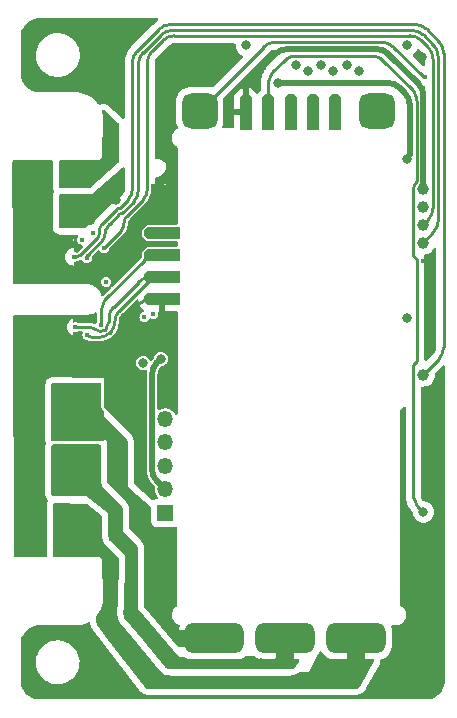
<source format=gbr>
%TF.GenerationSoftware,KiCad,Pcbnew,7.0.9*%
%TF.CreationDate,2024-04-13T12:05:23+02:00*%
%TF.ProjectId,MotorDriverCarrier-rounded,4d6f746f-7244-4726-9976-657243617272,rev?*%
%TF.SameCoordinates,Original*%
%TF.FileFunction,Copper,L3,Inr*%
%TF.FilePolarity,Positive*%
%FSLAX46Y46*%
G04 Gerber Fmt 4.6, Leading zero omitted, Abs format (unit mm)*
G04 Created by KiCad (PCBNEW 7.0.9) date 2024-04-13 12:05:23*
%MOMM*%
%LPD*%
G01*
G04 APERTURE LIST*
G04 Aperture macros list*
%AMRoundRect*
0 Rectangle with rounded corners*
0 $1 Rounding radius*
0 $2 $3 $4 $5 $6 $7 $8 $9 X,Y pos of 4 corners*
0 Add a 4 corners polygon primitive as box body*
4,1,4,$2,$3,$4,$5,$6,$7,$8,$9,$2,$3,0*
0 Add four circle primitives for the rounded corners*
1,1,$1+$1,$2,$3*
1,1,$1+$1,$4,$5*
1,1,$1+$1,$6,$7*
1,1,$1+$1,$8,$9*
0 Add four rect primitives between the rounded corners*
20,1,$1+$1,$2,$3,$4,$5,0*
20,1,$1+$1,$4,$5,$6,$7,0*
20,1,$1+$1,$6,$7,$8,$9,0*
20,1,$1+$1,$8,$9,$2,$3,0*%
%AMOutline5P*
0 Free polygon, 5 corners , with rotation*
0 The origin of the aperture is its center*
0 number of corners: always 5*
0 $1 to $10 corner X, Y*
0 $11 Rotation angle, in degrees counterclockwise*
0 create outline with 5 corners*
4,1,5,$1,$2,$3,$4,$5,$6,$7,$8,$9,$10,$1,$2,$11*%
%AMOutline6P*
0 Free polygon, 6 corners , with rotation*
0 The origin of the aperture is its center*
0 number of corners: always 6*
0 $1 to $12 corner X, Y*
0 $13 Rotation angle, in degrees counterclockwise*
0 create outline with 6 corners*
4,1,6,$1,$2,$3,$4,$5,$6,$7,$8,$9,$10,$11,$12,$1,$2,$13*%
%AMOutline7P*
0 Free polygon, 7 corners , with rotation*
0 The origin of the aperture is its center*
0 number of corners: always 7*
0 $1 to $14 corner X, Y*
0 $15 Rotation angle, in degrees counterclockwise*
0 create outline with 7 corners*
4,1,7,$1,$2,$3,$4,$5,$6,$7,$8,$9,$10,$11,$12,$13,$14,$1,$2,$15*%
%AMOutline8P*
0 Free polygon, 8 corners , with rotation*
0 The origin of the aperture is its center*
0 number of corners: always 8*
0 $1 to $16 corner X, Y*
0 $17 Rotation angle, in degrees counterclockwise*
0 create outline with 8 corners*
4,1,8,$1,$2,$3,$4,$5,$6,$7,$8,$9,$10,$11,$12,$13,$14,$15,$16,$1,$2,$17*%
G04 Aperture macros list end*
%TA.AperFunction,ComponentPad*%
%ADD10O,1.350000X1.350000*%
%TD*%
%TA.AperFunction,ComponentPad*%
%ADD11R,1.350000X1.350000*%
%TD*%
%TA.AperFunction,ComponentPad*%
%ADD12Outline6P,-0.500000X1.200000X-0.200000X1.500000X0.200000X1.500000X0.500000X1.200000X0.500000X-1.500000X-0.500000X-1.500000X0.000000*%
%TD*%
%TA.AperFunction,ComponentPad*%
%ADD13C,1.000000*%
%TD*%
%TA.AperFunction,ComponentPad*%
%ADD14RoundRect,0.625000X1.875000X0.625000X-1.875000X0.625000X-1.875000X-0.625000X1.875000X-0.625000X0*%
%TD*%
%TA.AperFunction,ComponentPad*%
%ADD15Outline6P,-0.500000X1.200000X-0.200000X1.500000X0.200000X1.500000X0.500000X1.200000X0.500000X-1.500000X-0.500000X-1.500000X90.000000*%
%TD*%
%TA.AperFunction,ComponentPad*%
%ADD16RoundRect,0.750000X0.750000X0.750000X-0.750000X0.750000X-0.750000X-0.750000X0.750000X-0.750000X0*%
%TD*%
%TA.AperFunction,ViaPad*%
%ADD17C,0.800000*%
%TD*%
%TA.AperFunction,ViaPad*%
%ADD18C,0.450000*%
%TD*%
%TA.AperFunction,Conductor*%
%ADD19C,0.250000*%
%TD*%
%TA.AperFunction,Conductor*%
%ADD20C,0.508000*%
%TD*%
%TA.AperFunction,Conductor*%
%ADD21C,0.254000*%
%TD*%
G04 APERTURE END LIST*
D10*
%TO.N,A*%
%TO.C,J2*%
X121158000Y-86075000D03*
%TO.N,B*%
X121158000Y-88075000D03*
%TO.N,Z*%
X121158000Y-90075000D03*
%TO.N,+5V*%
X121158000Y-92075000D03*
D11*
%TO.N,UART_GND*%
X121158000Y-94075000D03*
%TD*%
D12*
%TO.N,UART_GND*%
%TO.C,J13*%
X128004000Y-60093566D03*
%TO.N,OK*%
X129879000Y-60093566D03*
%TO.N,UART_RX*%
X131754000Y-60093566D03*
%TO.N,UART_TX*%
X133629000Y-60093566D03*
%TO.N,UART_VCC*%
X135504000Y-60093566D03*
%TD*%
D13*
%TO.N,UART_GND*%
%TO.C,J1*%
X142980000Y-66670683D03*
%TO.N,+3.3V*%
X142980000Y-68170683D03*
%TO.N,SWCLK*%
X142980000Y-69670683D03*
%TO.N,SWDIO*%
X142980000Y-71170683D03*
%TO.N,NRST*%
X142980000Y-82347317D03*
%TD*%
D14*
%TO.N,MOTOR_A*%
%TO.C,J10*%
X137312000Y-104690566D03*
%TO.N,MOTOR_B*%
X131312000Y-104690566D03*
%TO.N,MOTOR_C*%
X125312000Y-104690566D03*
%TD*%
D15*
%TO.N,UART_GND*%
%TO.C,J14*%
X120892000Y-75973000D03*
%TO.N,CAN_L*%
X120892000Y-74098000D03*
%TO.N,CAN_H*%
X120892000Y-72223000D03*
%TO.N,+5V*%
X120892000Y-70348000D03*
%TD*%
D16*
%TO.N,GNDPWR*%
%TO.C,J11*%
X139067000Y-60015000D03*
%TO.N,+24V*%
X124067000Y-60015000D03*
%TD*%
D17*
%TO.N,+24V*%
X116967000Y-66040000D03*
X115697000Y-67691000D03*
X113792000Y-68707000D03*
D18*
X143129000Y-57150000D03*
D17*
X114300000Y-67691000D03*
X114935000Y-68834000D03*
X116967000Y-67564000D03*
%TO.N,GNDPWR*%
X128016000Y-54483000D03*
X116586000Y-63627000D03*
X114808000Y-65024000D03*
X133223000Y-56642000D03*
X113665000Y-64770000D03*
X135382000Y-56642000D03*
X113919000Y-66167000D03*
X134366000Y-56134000D03*
X136525000Y-56134000D03*
X132200516Y-56140484D03*
X137541000Y-56642000D03*
X141605000Y-54483000D03*
X116459000Y-61341000D03*
X116586000Y-62484000D03*
%TO.N,+5V*%
X120777000Y-81026000D03*
X130683000Y-57658000D03*
X141605000Y-77597000D03*
X141605000Y-64135000D03*
D18*
%TO.N,CAN_L*%
X113538000Y-78315500D03*
X114554000Y-78994000D03*
%TO.N,CAN_H*%
X115698166Y-78115656D03*
D17*
%TO.N,MOTOR_A*%
X114935000Y-97155000D03*
X114935000Y-94742000D03*
X134493000Y-106807000D03*
X114935000Y-95885000D03*
X136779000Y-107061000D03*
X113919000Y-94107000D03*
X113919000Y-95250000D03*
X137922000Y-107061000D03*
X135636000Y-107061000D03*
X113919000Y-96393000D03*
%TO.N,MOTOR_B*%
X113919000Y-92075000D03*
X114935000Y-91440000D03*
X113792000Y-89408000D03*
X113919000Y-90805000D03*
X131699000Y-106807000D03*
X114935000Y-88773000D03*
X130556000Y-106807000D03*
X128143000Y-106807000D03*
X129286000Y-106807000D03*
X114935000Y-89916000D03*
%TO.N,MOTOR_C*%
X120396000Y-102362000D03*
X113919000Y-86868000D03*
X113919000Y-85725000D03*
X115189000Y-86106000D03*
X120142000Y-101092000D03*
X113919000Y-84328000D03*
X115189000Y-84709000D03*
X115062000Y-83566000D03*
X121920000Y-104140000D03*
X121158000Y-103251000D03*
D18*
%TO.N,A-*%
X119380000Y-77486500D03*
%TO.N,A+*%
X120142000Y-77216000D03*
%TO.N,UART_GND*%
X115697000Y-73152000D03*
X114808000Y-57658000D03*
X113919000Y-82169000D03*
X143931000Y-91720000D03*
D17*
X116205000Y-52705000D03*
X117348000Y-81915000D03*
X116332000Y-108585000D03*
D18*
X118935500Y-86550500D03*
X143002000Y-72771000D03*
D17*
X121412000Y-65786000D03*
X143256000Y-108712000D03*
X142875000Y-55499000D03*
D18*
X124714000Y-54864000D03*
X118631604Y-68974604D03*
D17*
X120650000Y-68834000D03*
D18*
%TO.N,UART_TX*%
X115020167Y-70372444D03*
%TO.N,UART_RX*%
X114101944Y-70921944D03*
%TO.N,SWCLK*%
X115958556Y-71635556D03*
%TO.N,SWDIO*%
X114510500Y-72486500D03*
%TO.N,NRST*%
X113411000Y-72390000D03*
%TO.N,HALL_A*%
X116140000Y-74487000D03*
D17*
X119286060Y-81353878D03*
%TO.N,OK*%
X143002000Y-93980000D03*
%TD*%
D19*
%TO.N,CAN_L*%
X115634620Y-78689200D02*
X115735862Y-78689197D01*
%TO.N,NRST*%
X115570167Y-70225047D02*
X115570155Y-70467798D01*
%TO.N,OK*%
X129980431Y-57107014D02*
X129914353Y-57310378D01*
X130203195Y-56743498D02*
X130077508Y-56916490D01*
X130277448Y-56666551D02*
X130203195Y-56743498D01*
X131614015Y-55473434D02*
X131423492Y-55570511D01*
X131817379Y-55407356D02*
X131614015Y-55473434D01*
X132135490Y-55372000D02*
X132028575Y-55373905D01*
X129879000Y-57628490D02*
X129879000Y-60093566D01*
X138628509Y-55372000D02*
X132135490Y-55372000D01*
X138946621Y-55407354D02*
X138735424Y-55373903D01*
X139149985Y-55473432D02*
X138946621Y-55407354D01*
X139340509Y-55570509D02*
X139149985Y-55473432D01*
X131173551Y-55770448D02*
X130277448Y-56666551D01*
X142024551Y-58204551D02*
X139590448Y-55770448D01*
X142098803Y-58281500D02*
X142024551Y-58204551D01*
X142224489Y-58454491D02*
X142098803Y-58281500D01*
X142387644Y-58848378D02*
X142321566Y-58645015D01*
X142423000Y-59166490D02*
X142421095Y-59059575D01*
X142423000Y-65871451D02*
X142423000Y-59166490D01*
X142421608Y-65931498D02*
X142423000Y-65871451D01*
X131250500Y-55696197D02*
X131173551Y-55770448D01*
X142390514Y-66047496D02*
X142421608Y-65931498D01*
X142330457Y-66151494D02*
X142390514Y-66047496D01*
X142247567Y-66238436D02*
X142289000Y-66194956D01*
X142289000Y-66194956D02*
X142330457Y-66151494D01*
X142187517Y-66342428D02*
X142247567Y-66238436D01*
X138735424Y-55373903D02*
X138628509Y-55372000D01*
X142156428Y-66458418D02*
X142187517Y-66342428D01*
X142155000Y-66518460D02*
X142156428Y-66458418D01*
X142155000Y-72282503D02*
X142155000Y-66518460D01*
X142451500Y-72579003D02*
X142155000Y-72282503D01*
X142451500Y-81200823D02*
X142451500Y-72579003D01*
X142155000Y-81497323D02*
X142451500Y-81200823D01*
X132028575Y-55373905D02*
X131817379Y-55407356D01*
X142156903Y-92676424D02*
X142155000Y-92569509D01*
X139513501Y-55696195D02*
X139340509Y-55570509D01*
X142155000Y-92569509D02*
X142155000Y-81497323D01*
X129914353Y-57310378D02*
X129880902Y-57521575D01*
X142190354Y-92887621D02*
X142156903Y-92676424D01*
X142256432Y-93090985D02*
X142190354Y-92887621D01*
X142421095Y-59059575D02*
X142387644Y-58848378D01*
X130077508Y-56916490D02*
X129980431Y-57107014D01*
X142479195Y-93454501D02*
X142353509Y-93281509D01*
X142353509Y-93281509D02*
X142256432Y-93090985D01*
X142321566Y-58645015D02*
X142224489Y-58454491D01*
X131423492Y-55570511D02*
X131250500Y-55696197D01*
X143002000Y-93980000D02*
X142553448Y-93531448D01*
X142553448Y-93531448D02*
X142479195Y-93454501D01*
X139590448Y-55770448D02*
X139513501Y-55696195D01*
X129880902Y-57521575D02*
X129879000Y-57628490D01*
%TO.N,NRST*%
X117965548Y-67590749D02*
G75*
G03*
X118364000Y-66628814I-961948J961949D01*
G01*
X113595714Y-72390021D02*
G75*
G03*
X113911041Y-72259387I-14J445921D01*
G01*
X143273446Y-53103450D02*
G75*
G03*
X142311509Y-52705000I-961946J-961950D01*
G01*
X115476479Y-70693965D02*
G75*
G03*
X115570155Y-70467798I-226179J226165D01*
G01*
X115835463Y-69584496D02*
G75*
G03*
X115570167Y-70225047I640537J-640504D01*
G01*
X117199152Y-68289027D02*
G75*
G03*
X117082809Y-68337192I-52J-164473D01*
G01*
X144716502Y-55109990D02*
G75*
G03*
X144318050Y-54148052I-1360402J-10D01*
G01*
X144318041Y-81009255D02*
G75*
G03*
X144716500Y-80047326I-961941J961955D01*
G01*
X118762450Y-54973553D02*
G75*
G03*
X118364000Y-55935490I961950J-961947D01*
G01*
X121594490Y-52704997D02*
G75*
G03*
X120632551Y-53103448I10J-1360403D01*
G01*
X117199152Y-68288975D02*
G75*
G03*
X117315495Y-68240807I48J164475D01*
G01*
%TO.N,SWDIO*%
X117385548Y-68739024D02*
G75*
G03*
X117269204Y-68787191I-48J-164476D01*
G01*
X117385548Y-68739043D02*
G75*
G03*
X117501891Y-68690807I-48J164543D01*
G01*
X144255002Y-55410490D02*
G75*
G03*
X143856550Y-54448552I-1360402J-10D01*
G01*
X114577723Y-72229074D02*
G75*
G03*
X114510500Y-72391412I162377J-162326D01*
G01*
X115901184Y-70905608D02*
G75*
G03*
X116020157Y-70618454I-287184J287208D01*
G01*
X121722886Y-53212994D02*
G75*
G03*
X120760947Y-53611448I14J-1360406D01*
G01*
X143856558Y-70294138D02*
G75*
G03*
X144255000Y-69332192I-961958J961938D01*
G01*
X116431866Y-69624555D02*
G75*
G03*
X116020157Y-70618454I993934J-993945D01*
G01*
X119270452Y-55101951D02*
G75*
G03*
X118872000Y-56063886I961948J-961949D01*
G01*
X143019446Y-53611450D02*
G75*
G03*
X142057509Y-53213000I-961946J-961950D01*
G01*
X118473549Y-67719147D02*
G75*
G03*
X118872000Y-66757210I-961949J961947D01*
G01*
%TO.N,SWCLK*%
X120033848Y-54974951D02*
G75*
G03*
X119635396Y-55936886I961952J-961949D01*
G01*
X142833048Y-54061452D02*
G75*
G03*
X141871113Y-53663000I-961948J-961948D01*
G01*
X117369628Y-70224493D02*
G75*
G03*
X117640097Y-69571507I-653028J652993D01*
G01*
X119236944Y-67592146D02*
G75*
G03*
X119635396Y-66630210I-961944J961946D01*
G01*
X143406558Y-69244138D02*
G75*
G03*
X143805000Y-68282192I-961958J961938D01*
G01*
X143805005Y-55596886D02*
G75*
G03*
X143406551Y-54634947I-1360405J-14D01*
G01*
X121909282Y-53662991D02*
G75*
G03*
X120947343Y-54061448I18J-1360409D01*
G01*
X117910577Y-68918533D02*
G75*
G03*
X117640097Y-69571507I652923J-652967D01*
G01*
D20*
%TO.N,UART_GND*%
X131444490Y-54792997D02*
G75*
G03*
X130482551Y-55191448I10J-1360403D01*
G01*
X142990996Y-66659679D02*
G75*
G03*
X143002000Y-66633126I-26596J26579D01*
G01*
D19*
X119916490Y-75972997D02*
G75*
G03*
X118954551Y-76371448I10J-1360403D01*
G01*
X117746450Y-77579553D02*
G75*
G03*
X117348000Y-78541490I961950J-961947D01*
G01*
D20*
X143002002Y-58729490D02*
G75*
G03*
X142603550Y-57767552I-1360402J-10D01*
G01*
X128402450Y-57271553D02*
G75*
G03*
X128004000Y-58233490I961950J-961947D01*
G01*
X140027446Y-55191450D02*
G75*
G03*
X139065509Y-54793000I-961946J-961950D01*
G01*
D19*
%TO.N,CAN_H*%
X116061790Y-75962157D02*
G75*
G03*
X115912137Y-76323541I361410J-361343D01*
G01*
X115805135Y-76642189D02*
G75*
G03*
X115912137Y-76383919I-258235J258289D01*
G01*
X115805164Y-76642218D02*
G75*
G03*
X115698166Y-76900491I258236J-258282D01*
G01*
X120346500Y-72222984D02*
G75*
G03*
X119415273Y-72608726I0J-1316916D01*
G01*
%TO.N,CAN_L*%
X115514509Y-79197201D02*
G75*
G03*
X116476447Y-78798751I-9J1360401D01*
G01*
X120501200Y-74098007D02*
G75*
G03*
X119834062Y-74374337I0J-943493D01*
G01*
X116781250Y-76614353D02*
G75*
G03*
X116382800Y-77576290I961950J-961947D01*
G01*
X120599107Y-74098000D02*
X120599107Y-74098000D01*
D21*
X120599107Y-74098000D02*
X120599107Y-74098000D01*
D19*
X120599107Y-74098000D02*
X120599107Y-74098000D01*
X115179963Y-78502337D02*
G75*
G03*
X114728854Y-78315500I-451063J-451063D01*
G01*
X115735862Y-78689228D02*
G75*
G03*
X116020235Y-78571402I-62J402228D01*
G01*
X115179937Y-78502363D02*
G75*
G03*
X115631045Y-78689200I451063J451063D01*
G01*
X117267979Y-76940438D02*
G75*
G03*
X116890800Y-77851000I910521J-910562D01*
G01*
X116513621Y-78761562D02*
G75*
G03*
X116890800Y-77851000I-910521J910562D01*
G01*
X114655605Y-79095595D02*
G75*
G03*
X114900884Y-79197200I245295J245295D01*
G01*
X116140995Y-78450679D02*
G75*
G03*
X116382800Y-77866863I-583795J583779D01*
G01*
X119861090Y-74097997D02*
G75*
G03*
X118899151Y-74496448I10J-1360403D01*
G01*
D20*
%TO.N,+5V*%
X120402995Y-81399995D02*
G75*
G03*
X120029000Y-82302915I902905J-902905D01*
G01*
X141844002Y-59476490D02*
G75*
G03*
X141445550Y-58514552I-1360402J-10D01*
G01*
X140987446Y-58056450D02*
G75*
G03*
X140025509Y-57658000I-961946J-961950D01*
G01*
X141724500Y-64015500D02*
G75*
G03*
X141844000Y-63727001I-288500J288500D01*
G01*
X120028998Y-90382509D02*
G75*
G03*
X120427449Y-91344447I1360402J9D01*
G01*
D19*
%TO.N,+24V*%
X130431490Y-54213997D02*
G75*
G03*
X129469551Y-54612448I10J-1360403D01*
G01*
X140464446Y-54612450D02*
G75*
G03*
X139502509Y-54214000I-961946J-961950D01*
G01*
X142957099Y-57105097D02*
G75*
G03*
X143065500Y-57150000I108401J108397D01*
G01*
X130431490Y-54214000D02*
X139502509Y-54214000D01*
X140464448Y-54612448D02*
X142957098Y-57105098D01*
X143129000Y-57150000D02*
X143065500Y-57150000D01*
X129469551Y-54612448D02*
X124067000Y-60015000D01*
D20*
%TO.N,+5V*%
X141605000Y-64135000D02*
X141724500Y-64015500D01*
X120427448Y-91344448D02*
X121158000Y-92075000D01*
X120029000Y-82302915D02*
X120029000Y-90382509D01*
X140025509Y-57658000D02*
X130683000Y-57658000D01*
X120403000Y-81400000D02*
X120777000Y-81026000D01*
X141445551Y-58514551D02*
X140987448Y-58056448D01*
X141844000Y-59476490D02*
X141844000Y-63727001D01*
D19*
%TO.N,CAN_L*%
X119834062Y-74374337D02*
X117267970Y-76940429D01*
X116476447Y-78798751D02*
X116513629Y-78761570D01*
X120501200Y-74098000D02*
X120599107Y-74098000D01*
X114554000Y-78994000D02*
X114655600Y-79095600D01*
X115514509Y-79197200D02*
X114900884Y-79197200D01*
X114728854Y-78315500D02*
X113538000Y-78315500D01*
X116020235Y-78571402D02*
X116140978Y-78450662D01*
X116781248Y-76614351D02*
X118899151Y-74496448D01*
X116382800Y-77576290D02*
X116382800Y-77866863D01*
X115634620Y-78689200D02*
X115631045Y-78689200D01*
D21*
X120599107Y-74098000D02*
X119640500Y-74098000D01*
D19*
X120599107Y-74098000D02*
X119861090Y-74098000D01*
D21*
%TO.N,CAN_H*%
X115698166Y-78115656D02*
X115698166Y-78040334D01*
D19*
X120346500Y-72223000D02*
X120892000Y-72223000D01*
X115912137Y-76323541D02*
X115912137Y-76383919D01*
X116061816Y-75962183D02*
X119415273Y-72608726D01*
X115698166Y-76900491D02*
X115698166Y-78115656D01*
D20*
%TO.N,UART_GND*%
X142603551Y-57767551D02*
X140027448Y-55191448D01*
D19*
X117348000Y-81915000D02*
X117348000Y-78541490D01*
D20*
X130482551Y-55191448D02*
X128402448Y-57271551D01*
D19*
X118954551Y-76371448D02*
X117746448Y-77579551D01*
D20*
X128004000Y-58233490D02*
X128004000Y-60093566D01*
D19*
X119916490Y-75973000D02*
X120892000Y-75973000D01*
D20*
X131444490Y-54793000D02*
X139065509Y-54793000D01*
X143002000Y-66633126D02*
X143002000Y-58729490D01*
X142991000Y-66659683D02*
X142980000Y-66670683D01*
D19*
%TO.N,SWCLK*%
X143406551Y-69244131D02*
X142980000Y-69670683D01*
X117369623Y-70224488D02*
X115958556Y-71635556D01*
X142833052Y-54061448D02*
X143406551Y-54634947D01*
X119236947Y-67592149D02*
X117910570Y-68918526D01*
X120033844Y-54974947D02*
X120947343Y-54061448D01*
X141871113Y-53663000D02*
X121909282Y-53663000D01*
X143805000Y-68282192D02*
X143805000Y-55596886D01*
X119635396Y-55936886D02*
X119635396Y-66630210D01*
%TO.N,SWDIO*%
X114577736Y-72229087D02*
X115901200Y-70905624D01*
X117269204Y-68787191D02*
X116431853Y-69624542D01*
X117501892Y-68690808D02*
X118473551Y-67719149D01*
X143856551Y-54448551D02*
X143019448Y-53611448D01*
X121722886Y-53213000D02*
X142057509Y-53213000D01*
X120760947Y-53611448D02*
X119270448Y-55101947D01*
X118872000Y-56063886D02*
X118872000Y-66757210D01*
X114510500Y-72486500D02*
X114510500Y-72391412D01*
X143856551Y-70294131D02*
X142980000Y-71170683D01*
X144255000Y-55410490D02*
X144255000Y-69332192D01*
%TO.N,NRST*%
X113911041Y-72259387D02*
X115476471Y-70693957D01*
X118762448Y-54973551D02*
X120632551Y-53103448D01*
X113411000Y-72390000D02*
X113595714Y-72390000D01*
X144716500Y-55109990D02*
X144716500Y-80047326D01*
X118364000Y-66628814D02*
X118364000Y-55935490D01*
X115835483Y-69584516D02*
X117082808Y-68337191D01*
X144318051Y-81009265D02*
X142980000Y-82347317D01*
X143273448Y-53103448D02*
X144318051Y-54148051D01*
X117965551Y-67590752D02*
X117315496Y-68240808D01*
X142311509Y-52705000D02*
X121594490Y-52705000D01*
%TD*%
%TA.AperFunction,Conductor*%
%TO.N,UART_GND*%
G36*
X144767533Y-81559854D02*
G01*
X144824368Y-81602401D01*
X144849179Y-81668921D01*
X144849500Y-81677910D01*
X144849500Y-108197748D01*
X144849339Y-108202244D01*
X144833353Y-108425756D01*
X144830795Y-108443550D01*
X144784599Y-108655911D01*
X144779534Y-108673161D01*
X144703586Y-108876785D01*
X144696118Y-108893137D01*
X144591965Y-109083879D01*
X144582245Y-109099003D01*
X144452007Y-109272981D01*
X144440234Y-109286567D01*
X144286567Y-109440234D01*
X144272981Y-109452007D01*
X144099003Y-109582245D01*
X144083879Y-109591965D01*
X143893137Y-109696118D01*
X143876785Y-109703586D01*
X143673161Y-109779534D01*
X143655911Y-109784599D01*
X143443550Y-109830795D01*
X143425756Y-109833353D01*
X143202244Y-109849339D01*
X143197748Y-109849500D01*
X110552252Y-109849500D01*
X110547756Y-109849339D01*
X110324243Y-109833353D01*
X110306449Y-109830795D01*
X110094088Y-109784599D01*
X110076838Y-109779534D01*
X109873214Y-109703586D01*
X109856862Y-109696118D01*
X109666120Y-109591965D01*
X109650996Y-109582245D01*
X109477018Y-109452007D01*
X109463432Y-109440234D01*
X109309765Y-109286567D01*
X109297992Y-109272981D01*
X109289245Y-109261297D01*
X109167754Y-109099003D01*
X109158034Y-109083879D01*
X109124471Y-109022413D01*
X109053880Y-108893135D01*
X109046413Y-108876785D01*
X108970465Y-108673161D01*
X108965400Y-108655911D01*
X108958559Y-108624464D01*
X108919202Y-108443540D01*
X108916647Y-108425767D01*
X108903985Y-108248724D01*
X108900661Y-108202244D01*
X108900500Y-108197748D01*
X108900500Y-106769048D01*
X110186091Y-106769048D01*
X110215715Y-107038297D01*
X110284231Y-107300373D01*
X110390172Y-107549672D01*
X110390173Y-107549673D01*
X110531285Y-107780893D01*
X110704558Y-107989103D01*
X110906301Y-108169865D01*
X111132213Y-108319327D01*
X111377479Y-108434303D01*
X111636872Y-108512343D01*
X111636875Y-108512343D01*
X111636877Y-108512344D01*
X111904860Y-108551783D01*
X111904864Y-108551783D01*
X112107936Y-108551783D01*
X112142666Y-108549240D01*
X112310459Y-108536960D01*
X112310463Y-108536959D01*
X112310464Y-108536959D01*
X112420968Y-108512343D01*
X112574856Y-108478063D01*
X112827861Y-108381297D01*
X113064080Y-108248724D01*
X113278480Y-108083171D01*
X113466489Y-107888164D01*
X113624102Y-107667862D01*
X113747959Y-107426958D01*
X113835421Y-107170588D01*
X113860021Y-107037402D01*
X113884621Y-106904224D01*
X113884622Y-106904213D01*
X113885269Y-106886519D01*
X113894515Y-106633518D01*
X113876528Y-106470044D01*
X113864890Y-106364268D01*
X113796374Y-106102192D01*
X113690433Y-105852893D01*
X113549321Y-105621673D01*
X113376048Y-105413463D01*
X113376044Y-105413460D01*
X113376043Y-105413458D01*
X113174315Y-105232710D01*
X113174305Y-105232701D01*
X112948393Y-105083239D01*
X112703127Y-104968263D01*
X112545695Y-104920898D01*
X112443728Y-104890221D01*
X112175745Y-104850783D01*
X112175742Y-104850783D01*
X111972672Y-104850783D01*
X111972670Y-104850783D01*
X111770142Y-104865606D01*
X111770141Y-104865606D01*
X111505759Y-104924500D01*
X111505744Y-104924505D01*
X111252744Y-105021269D01*
X111016532Y-105153838D01*
X111016528Y-105153840D01*
X110802121Y-105319399D01*
X110614118Y-105514400D01*
X110614113Y-105514406D01*
X110456506Y-105734700D01*
X110456499Y-105734710D01*
X110332646Y-105975607D01*
X110332645Y-105975610D01*
X110245186Y-106231972D01*
X110245183Y-106231985D01*
X110195984Y-106498341D01*
X110195983Y-106498352D01*
X110186091Y-106769048D01*
X108900500Y-106769048D01*
X108900500Y-105202251D01*
X108900661Y-105197755D01*
X108913283Y-105021269D01*
X108916647Y-104974230D01*
X108919202Y-104956461D01*
X108965401Y-104744082D01*
X108970465Y-104726838D01*
X109046416Y-104523206D01*
X109053877Y-104506870D01*
X109158037Y-104316115D01*
X109167750Y-104301001D01*
X109297998Y-104127010D01*
X109309758Y-104113439D01*
X109463439Y-103959758D01*
X109477010Y-103947998D01*
X109651001Y-103817750D01*
X109666115Y-103808037D01*
X109856870Y-103703877D01*
X109873206Y-103696416D01*
X110076843Y-103620463D01*
X110094082Y-103615401D01*
X110306461Y-103569202D01*
X110324232Y-103566647D01*
X110465490Y-103556544D01*
X110547756Y-103550661D01*
X110552252Y-103550500D01*
X113692175Y-103550500D01*
X113692179Y-103550500D01*
X113974464Y-103516224D01*
X114250559Y-103448173D01*
X114516438Y-103347338D01*
X114625134Y-103290289D01*
X114694747Y-103276343D01*
X114760849Y-103302246D01*
X114802454Y-103359775D01*
X114808940Y-103388138D01*
X114819801Y-103487296D01*
X114824366Y-103514946D01*
X114836365Y-103569060D01*
X114836365Y-103569061D01*
X114843914Y-103596053D01*
X114843914Y-103596052D01*
X114843915Y-103596057D01*
X114843916Y-103596058D01*
X114884250Y-103714866D01*
X114886053Y-103720175D01*
X114886054Y-103720177D01*
X114896493Y-103746177D01*
X114905591Y-103765685D01*
X114919932Y-103796432D01*
X114919936Y-103796439D01*
X114919935Y-103796439D01*
X114933137Y-103821135D01*
X114933138Y-103821136D01*
X115002879Y-103936053D01*
X115010469Y-103947824D01*
X115022252Y-103965046D01*
X115030473Y-103976388D01*
X118921793Y-109046893D01*
X118931078Y-109058301D01*
X118945384Y-109074882D01*
X118955298Y-109085731D01*
X119053422Y-109187108D01*
X119053423Y-109187109D01*
X119075053Y-109207036D01*
X119075054Y-109207036D01*
X119075056Y-109207038D01*
X119120058Y-109243967D01*
X119120065Y-109243972D01*
X119120066Y-109243973D01*
X119143831Y-109261297D01*
X119259432Y-109335823D01*
X119259431Y-109335823D01*
X119259443Y-109335829D01*
X119259448Y-109335833D01*
X119285041Y-109350330D01*
X119285053Y-109350336D01*
X119285052Y-109350336D01*
X119337250Y-109376075D01*
X119337249Y-109376074D01*
X119349128Y-109381107D01*
X119364323Y-109387547D01*
X119493842Y-109433887D01*
X119493845Y-109433888D01*
X119493844Y-109433888D01*
X119513554Y-109439690D01*
X119522065Y-109442196D01*
X119572560Y-109453967D01*
X119578764Y-109455413D01*
X119578762Y-109455412D01*
X119607727Y-109460438D01*
X119607732Y-109460438D01*
X119607733Y-109460439D01*
X119747888Y-109476563D01*
X119762546Y-109477825D01*
X119773490Y-109478452D01*
X119784434Y-109479079D01*
X119791781Y-109479289D01*
X119799127Y-109479500D01*
X119799128Y-109479500D01*
X137193291Y-109479500D01*
X137193292Y-109479500D01*
X137210316Y-109478935D01*
X137235649Y-109477252D01*
X137252592Y-109475561D01*
X137414424Y-109453966D01*
X137447823Y-109447232D01*
X137447825Y-109447231D01*
X137447832Y-109447230D01*
X137496939Y-109433887D01*
X137512864Y-109429560D01*
X137545076Y-109418467D01*
X137545075Y-109418467D01*
X137545079Y-109418466D01*
X137545078Y-109418467D01*
X137691798Y-109356789D01*
X137722265Y-109341531D01*
X137722264Y-109341532D01*
X137744796Y-109328310D01*
X137780398Y-109307422D01*
X137808574Y-109288273D01*
X137933988Y-109190284D01*
X137933988Y-109190283D01*
X137933990Y-109190282D01*
X137959387Y-109167573D01*
X138006545Y-109119413D01*
X138028719Y-109093541D01*
X138028718Y-109093541D01*
X138028725Y-109093534D01*
X138028725Y-109093533D01*
X138126507Y-108962812D01*
X138136242Y-108948856D01*
X138140600Y-108942144D01*
X138150071Y-108927561D01*
X138158873Y-108912969D01*
X138179094Y-108876785D01*
X138421196Y-108443550D01*
X139291297Y-106886529D01*
X139329462Y-106800582D01*
X139344189Y-106757048D01*
X139366041Y-106665576D01*
X139366041Y-106538165D01*
X139386043Y-106470044D01*
X139439699Y-106423551D01*
X139465256Y-106415044D01*
X139533705Y-106400155D01*
X139732700Y-106314940D01*
X139911971Y-106193606D01*
X140065040Y-106040537D01*
X140186374Y-105861266D01*
X140271589Y-105662271D01*
X140317603Y-105450746D01*
X140320500Y-105402116D01*
X140320500Y-103979016D01*
X140317603Y-103930386D01*
X140271589Y-103718861D01*
X140271588Y-103718858D01*
X140270312Y-103714866D01*
X140268622Y-103643890D01*
X140305573Y-103583267D01*
X140369433Y-103552245D01*
X140390329Y-103550500D01*
X140644486Y-103550500D01*
X140700000Y-103550500D01*
X140785935Y-103550556D01*
X140954331Y-103516177D01*
X141112448Y-103448810D01*
X141253894Y-103351177D01*
X141372952Y-103227224D01*
X141464811Y-103081962D01*
X141525756Y-102921261D01*
X141553326Y-102751617D01*
X141546406Y-102579886D01*
X141505275Y-102413011D01*
X141431595Y-102257735D01*
X141328346Y-102120335D01*
X141199700Y-102006364D01*
X141166958Y-101987489D01*
X141134868Y-101968989D01*
X141116803Y-101956348D01*
X141102503Y-101944348D01*
X141074383Y-101910836D01*
X141070621Y-101904321D01*
X141055652Y-101863201D01*
X141052416Y-101844855D01*
X141050500Y-101822968D01*
X141050500Y-85359714D01*
X141070502Y-85291593D01*
X141106498Y-85254949D01*
X141108363Y-85253703D01*
X141247662Y-85160626D01*
X141274865Y-85133423D01*
X141306405Y-85101884D01*
X141368717Y-85067858D01*
X141439532Y-85072923D01*
X141496368Y-85115470D01*
X141521179Y-85181990D01*
X141521500Y-85190979D01*
X141521500Y-92485132D01*
X141521134Y-92491917D01*
X141520176Y-92500765D01*
X141521500Y-92575142D01*
X141521500Y-92609370D01*
X141521783Y-92611605D01*
X141522270Y-92618383D01*
X141522808Y-92648638D01*
X141522538Y-92655692D01*
X141518682Y-92696482D01*
X141530532Y-92771294D01*
X141541354Y-92846210D01*
X141542864Y-92851683D01*
X141544357Y-92858582D01*
X141559515Y-92954287D01*
X141560167Y-92960188D01*
X141563130Y-93007274D01*
X141563130Y-93007276D01*
X141584785Y-93073920D01*
X141604338Y-93141221D01*
X141607485Y-93148492D01*
X141607214Y-93148608D01*
X141613772Y-93163132D01*
X141643790Y-93255519D01*
X141645352Y-93261226D01*
X141648876Y-93276994D01*
X141655646Y-93307281D01*
X141687462Y-93369723D01*
X141717299Y-93433128D01*
X141721546Y-93439819D01*
X141721297Y-93439976D01*
X141730045Y-93453296D01*
X141774141Y-93539838D01*
X141776584Y-93545250D01*
X141793953Y-93589119D01*
X141793957Y-93589126D01*
X141835150Y-93645824D01*
X141874538Y-93703781D01*
X141879779Y-93709726D01*
X141879558Y-93709920D01*
X141890280Y-93721705D01*
X141917774Y-93759546D01*
X141943719Y-93795257D01*
X141947536Y-93801182D01*
X141967761Y-93836813D01*
X141967764Y-93836817D01*
X142020376Y-93891337D01*
X142042001Y-93914365D01*
X142045853Y-93918876D01*
X142048906Y-93922811D01*
X142054877Y-93928782D01*
X142088903Y-93991094D01*
X142091092Y-94004706D01*
X142108457Y-94169927D01*
X142118277Y-94200148D01*
X142167473Y-94351556D01*
X142167476Y-94351561D01*
X142262958Y-94516941D01*
X142262965Y-94516951D01*
X142390744Y-94658864D01*
X142390747Y-94658866D01*
X142545248Y-94771118D01*
X142719712Y-94848794D01*
X142906513Y-94888500D01*
X143097487Y-94888500D01*
X143284288Y-94848794D01*
X143458752Y-94771118D01*
X143613253Y-94658866D01*
X143741040Y-94516944D01*
X143836527Y-94351556D01*
X143895542Y-94169928D01*
X143915504Y-93980000D01*
X143895542Y-93790072D01*
X143836527Y-93608444D01*
X143741040Y-93443056D01*
X143741038Y-93443054D01*
X143741034Y-93443048D01*
X143613255Y-93301135D01*
X143458752Y-93188882D01*
X143284288Y-93111206D01*
X143097487Y-93071500D01*
X143048178Y-93071500D01*
X142980057Y-93051498D01*
X142946243Y-93019562D01*
X142909422Y-92968883D01*
X142901151Y-92957499D01*
X142890827Y-92940653D01*
X142848015Y-92856630D01*
X142840452Y-92838369D01*
X142840357Y-92838078D01*
X142811319Y-92748705D01*
X142806703Y-92729481D01*
X142801476Y-92696482D01*
X142790204Y-92625310D01*
X142789437Y-92616572D01*
X142788500Y-92563887D01*
X142788500Y-83480855D01*
X142808502Y-83412734D01*
X142862158Y-83366241D01*
X142926851Y-83355462D01*
X142979999Y-83360697D01*
X142980000Y-83360697D01*
X142980003Y-83360697D01*
X143177694Y-83341226D01*
X143177695Y-83341225D01*
X143177701Y-83341225D01*
X143367804Y-83283558D01*
X143543004Y-83189912D01*
X143696568Y-83063885D01*
X143822595Y-82910321D01*
X143916241Y-82735121D01*
X143973908Y-82545018D01*
X143989861Y-82383052D01*
X143993380Y-82347320D01*
X143993380Y-82347318D01*
X143993380Y-82347317D01*
X143988687Y-82299679D01*
X144001914Y-82229929D01*
X144024979Y-82198240D01*
X144634407Y-81588812D01*
X144696717Y-81554789D01*
X144767533Y-81559854D01*
G37*
%TD.AperFunction*%
%TA.AperFunction,Conductor*%
G36*
X113336793Y-77608796D02*
G01*
X113217732Y-77650458D01*
X113217730Y-77650459D01*
X113077776Y-77738397D01*
X112960897Y-77855276D01*
X112872959Y-77995230D01*
X112872958Y-77995232D01*
X112849034Y-78063603D01*
X112818366Y-78151248D01*
X112799859Y-78315500D01*
X112818366Y-78479752D01*
X112818367Y-78479754D01*
X112872958Y-78635767D01*
X112872959Y-78635769D01*
X112960897Y-78775723D01*
X113077776Y-78892602D01*
X113122461Y-78920679D01*
X113217733Y-78980542D01*
X113322124Y-79017070D01*
X113285380Y-82544500D01*
X111632000Y-82544500D01*
X111631990Y-82544500D01*
X111543267Y-82554039D01*
X111522851Y-82556234D01*
X111522848Y-82556234D01*
X111522844Y-82556235D01*
X111522840Y-82556235D01*
X111470519Y-82567617D01*
X111470498Y-82567623D01*
X111366345Y-82602288D01*
X111243385Y-82681310D01*
X111191019Y-82726685D01*
X111189904Y-82727599D01*
X111094019Y-82838258D01*
X111094017Y-82838261D01*
X111033301Y-82971210D01*
X111013302Y-83039322D01*
X111013300Y-83039329D01*
X111013300Y-83039331D01*
X110992502Y-83183990D01*
X110992500Y-83184003D01*
X110992500Y-87885009D01*
X111004235Y-87994155D01*
X111004235Y-87994159D01*
X111015617Y-88046480D01*
X111015623Y-88046501D01*
X111033103Y-88099020D01*
X111035637Y-88169972D01*
X111034447Y-88174309D01*
X111013302Y-88246322D01*
X111013300Y-88246329D01*
X110992500Y-88391003D01*
X110992500Y-92460546D01*
X111002725Y-92562512D01*
X111002727Y-92562520D01*
X111012665Y-92611568D01*
X111016914Y-92625310D01*
X111042942Y-92709489D01*
X111118416Y-92834648D01*
X111118423Y-92834658D01*
X111163352Y-92889603D01*
X111163358Y-92889610D01*
X111163360Y-92889612D01*
X111172718Y-92898200D01*
X111209380Y-92958997D01*
X111207353Y-93029964D01*
X111202134Y-93043371D01*
X111160301Y-93134970D01*
X111140303Y-93203079D01*
X111140300Y-93203089D01*
X111132357Y-93258336D01*
X111120371Y-93341706D01*
X111119500Y-93347763D01*
X111119500Y-97660500D01*
X111099498Y-97728621D01*
X111045842Y-97775114D01*
X110993500Y-97786500D01*
X108455574Y-97786500D01*
X108387453Y-97766498D01*
X108340960Y-97712842D01*
X108329576Y-97660973D01*
X108254789Y-77543365D01*
X108255299Y-77535132D01*
X108272622Y-77399992D01*
X108281065Y-77368103D01*
X108282105Y-77365572D01*
X108326514Y-77310182D01*
X108393821Y-77287592D01*
X108398634Y-77287500D01*
X113340141Y-77287500D01*
X113336793Y-77608796D01*
G37*
%TD.AperFunction*%
%TA.AperFunction,Conductor*%
G36*
X120067067Y-92964118D02*
G01*
X120025411Y-92948780D01*
X120016785Y-92941769D01*
X119978249Y-92907515D01*
X118538790Y-91627995D01*
X118501165Y-91567788D01*
X118496500Y-91533821D01*
X118496500Y-91318761D01*
X120067067Y-92964118D01*
G37*
%TD.AperFunction*%
%TA.AperFunction,Conductor*%
G36*
X144031605Y-71647985D02*
G01*
X144074658Y-71704438D01*
X144083000Y-71749523D01*
X144083000Y-80044218D01*
X144082696Y-80050398D01*
X144070247Y-80176770D01*
X144065428Y-80200995D01*
X144031266Y-80313605D01*
X144021814Y-80336424D01*
X143966340Y-80440207D01*
X143952617Y-80460744D01*
X143871965Y-80559016D01*
X143867811Y-80563600D01*
X143814449Y-80616961D01*
X143814431Y-80616980D01*
X143300093Y-81131317D01*
X143237783Y-81165341D01*
X143166968Y-81160277D01*
X143110132Y-81117730D01*
X143085321Y-81051210D01*
X143085000Y-81042221D01*
X143085000Y-72662852D01*
X143086749Y-72647015D01*
X143086455Y-72646988D01*
X143087201Y-72639095D01*
X143085000Y-72569062D01*
X143085000Y-72539154D01*
X143085000Y-72539147D01*
X143084120Y-72532188D01*
X143083655Y-72526283D01*
X143082173Y-72479113D01*
X143076522Y-72459666D01*
X143072512Y-72440303D01*
X143069974Y-72420206D01*
X143052599Y-72376323D01*
X143050679Y-72370714D01*
X143049339Y-72366103D01*
X143038317Y-72328160D01*
X143038522Y-72257165D01*
X143077077Y-72197550D01*
X143141742Y-72168242D01*
X143146922Y-72167622D01*
X143177701Y-72164591D01*
X143367804Y-72106924D01*
X143543004Y-72013278D01*
X143696568Y-71887251D01*
X143822595Y-71733687D01*
X143845878Y-71690126D01*
X143895630Y-71639479D01*
X143964866Y-71623769D01*
X144031605Y-71647985D01*
G37*
%TD.AperFunction*%
%TA.AperFunction,Conductor*%
G36*
X111569621Y-64207502D02*
G01*
X111616114Y-64261158D01*
X111627500Y-64313500D01*
X111627500Y-66418507D01*
X111639237Y-66527664D01*
X111650441Y-66579167D01*
X111685109Y-66683325D01*
X111685111Y-66683329D01*
X111713979Y-66728248D01*
X111733981Y-66796369D01*
X111722594Y-66848712D01*
X111667987Y-66968281D01*
X111648302Y-67035319D01*
X111648301Y-67035326D01*
X111648300Y-67035330D01*
X111630764Y-67157303D01*
X111627500Y-67180003D01*
X111627500Y-69853007D01*
X111639237Y-69962164D01*
X111650441Y-70013667D01*
X111685109Y-70117825D01*
X111764130Y-70240784D01*
X111764131Y-70240786D01*
X111809880Y-70293582D01*
X111809882Y-70293583D01*
X111809884Y-70293586D01*
X111920339Y-70389297D01*
X112053287Y-70450014D01*
X112120326Y-70469699D01*
X112120330Y-70469700D01*
X112265000Y-70490500D01*
X113298224Y-70490500D01*
X113366345Y-70510502D01*
X113410207Y-70561121D01*
X113408952Y-70681551D01*
X113382310Y-70757692D01*
X113363803Y-70921944D01*
X113382310Y-71086196D01*
X113404089Y-71148437D01*
X113398830Y-71653230D01*
X113246748Y-71670366D01*
X113246745Y-71670366D01*
X113246745Y-71670367D01*
X113090732Y-71724958D01*
X113090730Y-71724959D01*
X112950776Y-71812897D01*
X112833897Y-71929776D01*
X112745959Y-72069730D01*
X112745958Y-72069732D01*
X112702906Y-72192768D01*
X112691366Y-72225748D01*
X112672859Y-72390000D01*
X112691366Y-72554252D01*
X112738232Y-72688187D01*
X112745958Y-72710267D01*
X112745959Y-72710269D01*
X112833897Y-72850223D01*
X112950776Y-72967102D01*
X113069081Y-73041437D01*
X113090733Y-73055042D01*
X113246748Y-73109634D01*
X113383499Y-73125042D01*
X113367234Y-74686500D01*
X108386781Y-74686500D01*
X108318660Y-74666498D01*
X108272167Y-74612842D01*
X108261916Y-74577372D01*
X108243802Y-74443317D01*
X108243234Y-74435117D01*
X108234286Y-72027861D01*
X108205609Y-64313966D01*
X108225358Y-64245774D01*
X108278840Y-64199082D01*
X108331608Y-64187500D01*
X111501500Y-64187500D01*
X111569621Y-64207502D01*
G37*
%TD.AperFunction*%
%TA.AperFunction,Conductor*%
G36*
X127050282Y-54316502D02*
G01*
X127096775Y-54370158D01*
X127107470Y-54435669D01*
X127102496Y-54483000D01*
X127122457Y-54672927D01*
X127131163Y-54699720D01*
X127181473Y-54854556D01*
X127181476Y-54854561D01*
X127276958Y-55019941D01*
X127276965Y-55019951D01*
X127404744Y-55161864D01*
X127408427Y-55164540D01*
X127559248Y-55274118D01*
X127635830Y-55308214D01*
X127689926Y-55354194D01*
X127710576Y-55422121D01*
X127691224Y-55490429D01*
X127673677Y-55512416D01*
X125188592Y-57997501D01*
X125126280Y-58031527D01*
X125068711Y-58030587D01*
X125014674Y-58016971D01*
X125014672Y-58016970D01*
X125014669Y-58016970D01*
X124918917Y-58009434D01*
X124881639Y-58006500D01*
X124881636Y-58006500D01*
X123252364Y-58006500D01*
X123252361Y-58006500D01*
X123218267Y-58009183D01*
X123119331Y-58016970D01*
X123119327Y-58016970D01*
X123119327Y-58016971D01*
X122899667Y-58072320D01*
X122899658Y-58072323D01*
X122693411Y-58166004D01*
X122693402Y-58166009D01*
X122507200Y-58295011D01*
X122507195Y-58295015D01*
X122347015Y-58455195D01*
X122347011Y-58455200D01*
X122218009Y-58641402D01*
X122218004Y-58641411D01*
X122124323Y-58847658D01*
X122124320Y-58847667D01*
X122082587Y-59013289D01*
X122068970Y-59067331D01*
X122058500Y-59200364D01*
X122058500Y-60829636D01*
X122068970Y-60962669D01*
X122068971Y-60962672D01*
X122124320Y-61182332D01*
X122124323Y-61182341D01*
X122213488Y-61378646D01*
X122223449Y-61448941D01*
X122193823Y-61513461D01*
X122148158Y-61546670D01*
X122137559Y-61551185D01*
X122137553Y-61551188D01*
X121996102Y-61648826D01*
X121877049Y-61772774D01*
X121785189Y-61918038D01*
X121785187Y-61918041D01*
X121724244Y-62078737D01*
X121724243Y-62078741D01*
X121696674Y-62248377D01*
X121696674Y-62248381D01*
X121696674Y-62248383D01*
X121703594Y-62420114D01*
X121744725Y-62586989D01*
X121818405Y-62742265D01*
X121921654Y-62879665D01*
X122050300Y-62993636D01*
X122115132Y-63031010D01*
X122133195Y-63043650D01*
X122147498Y-63055653D01*
X122175617Y-63089165D01*
X122179380Y-63095682D01*
X122194346Y-63136790D01*
X122197583Y-63155136D01*
X122199500Y-63177025D01*
X122199500Y-66284325D01*
X120268896Y-66253680D01*
X120268896Y-65737544D01*
X120288898Y-65669423D01*
X120342554Y-65622930D01*
X120385905Y-65611865D01*
X120528407Y-65601673D01*
X120665349Y-65550596D01*
X120726672Y-65517111D01*
X120843676Y-65429522D01*
X121061889Y-65211310D01*
X121074157Y-65198135D01*
X121086429Y-65184474D01*
X121165447Y-65061518D01*
X121194472Y-64997962D01*
X121194474Y-64997959D01*
X121235650Y-64857721D01*
X121235649Y-64711564D01*
X121225705Y-64642406D01*
X121184528Y-64502173D01*
X121105509Y-64379218D01*
X121105508Y-64379217D01*
X121105507Y-64379215D01*
X121105506Y-64379213D01*
X121059757Y-64326417D01*
X121044850Y-64313500D01*
X120949299Y-64230703D01*
X120947858Y-64230045D01*
X120816352Y-64169986D01*
X120749318Y-64150302D01*
X120749312Y-64150301D01*
X120749308Y-64150300D01*
X120604638Y-64129500D01*
X120394896Y-64129500D01*
X120326775Y-64109498D01*
X120280282Y-64055842D01*
X120268896Y-64003500D01*
X120268896Y-55939988D01*
X120269200Y-55933809D01*
X120272737Y-55897899D01*
X120281648Y-55807425D01*
X120286463Y-55783216D01*
X120320627Y-55670593D01*
X120330077Y-55647782D01*
X120336468Y-55635825D01*
X120385555Y-55543990D01*
X120399269Y-55523466D01*
X120479883Y-55425237D01*
X120484007Y-55420687D01*
X120536188Y-55368507D01*
X121393122Y-54511572D01*
X121397669Y-54507450D01*
X121495860Y-54426867D01*
X121516387Y-54413151D01*
X121620181Y-54357672D01*
X121642988Y-54348225D01*
X121755610Y-54314060D01*
X121779825Y-54309243D01*
X121855683Y-54301771D01*
X121906116Y-54296804D01*
X121912296Y-54296500D01*
X126982161Y-54296500D01*
X127050282Y-54316502D01*
G37*
%TD.AperFunction*%
%TA.AperFunction,Conductor*%
G36*
X131018865Y-54867502D02*
G01*
X131065358Y-54921158D01*
X131075462Y-54991432D01*
X131045968Y-55056012D01*
X131021568Y-55077711D01*
X131001220Y-55091539D01*
X130995275Y-55096781D01*
X130995080Y-55096560D01*
X130983296Y-55107281D01*
X130909751Y-55160715D01*
X130903814Y-55164540D01*
X130868203Y-55184752D01*
X130868202Y-55184753D01*
X130813711Y-55237332D01*
X130796971Y-55253050D01*
X130790649Y-55258988D01*
X130786144Y-55262836D01*
X130782190Y-55265903D01*
X130765311Y-55282782D01*
X130758496Y-55289182D01*
X130758391Y-55289310D01*
X130754408Y-55293686D01*
X130729616Y-55318478D01*
X130704987Y-55342242D01*
X130704973Y-55342257D01*
X130703537Y-55344042D01*
X130699010Y-55349084D01*
X129889158Y-56158936D01*
X129884104Y-56163473D01*
X129877159Y-56169061D01*
X129825530Y-56222563D01*
X129801306Y-56246787D01*
X129799906Y-56248592D01*
X129795473Y-56253709D01*
X129774463Y-56275481D01*
X129769285Y-56280279D01*
X129737723Y-56306390D01*
X129709386Y-56345393D01*
X129693219Y-56367645D01*
X129685166Y-56378418D01*
X129647873Y-56428305D01*
X129645071Y-56433240D01*
X129641253Y-56439166D01*
X129584307Y-56517547D01*
X129580595Y-56522180D01*
X129549388Y-56557578D01*
X129549385Y-56557583D01*
X129517575Y-56620014D01*
X129483814Y-56681425D01*
X129480895Y-56688799D01*
X129480621Y-56688690D01*
X129474990Y-56703592D01*
X129430891Y-56790141D01*
X129427949Y-56795298D01*
X129402671Y-56835132D01*
X129402668Y-56835137D01*
X129381016Y-56901773D01*
X129357274Y-56967719D01*
X129355545Y-56975455D01*
X129355257Y-56975390D01*
X129352026Y-56990992D01*
X129322009Y-57083370D01*
X129319911Y-57088924D01*
X129301172Y-57132228D01*
X129290208Y-57201448D01*
X129277077Y-57270284D01*
X129276580Y-57278194D01*
X129276286Y-57278175D01*
X129275535Y-57294085D01*
X129261310Y-57383902D01*
X129259819Y-57390788D01*
X129254957Y-57408418D01*
X129248925Y-57430290D01*
X129247578Y-57506005D01*
X129246584Y-57537641D01*
X129246119Y-57543554D01*
X129245500Y-57548459D01*
X129245500Y-57572151D01*
X129245201Y-57581659D01*
X129245220Y-57581858D01*
X129245500Y-57587797D01*
X129245500Y-57622844D01*
X129244890Y-57657066D01*
X129245133Y-57659304D01*
X129245500Y-57666097D01*
X129245500Y-58255747D01*
X129225498Y-58323868D01*
X129208595Y-58344843D01*
X129030240Y-58523197D01*
X128967928Y-58557222D01*
X128897112Y-58552157D01*
X128852049Y-58523196D01*
X128533801Y-58204947D01*
X128533789Y-58204936D01*
X128465886Y-58152188D01*
X128465884Y-58152187D01*
X128330923Y-58096284D01*
X128330925Y-58096284D01*
X128258000Y-58087124D01*
X128258000Y-60089051D01*
X128239495Y-59996021D01*
X128184240Y-59913326D01*
X128101545Y-59858071D01*
X128028624Y-59843566D01*
X127979376Y-59843566D01*
X127906455Y-59858071D01*
X127823760Y-59913326D01*
X127768505Y-59996021D01*
X127749102Y-60093566D01*
X127768505Y-60191111D01*
X127823760Y-60273806D01*
X127906455Y-60329061D01*
X127979376Y-60343566D01*
X128028624Y-60343566D01*
X128101545Y-60329061D01*
X128184240Y-60273806D01*
X128239495Y-60191111D01*
X128258000Y-60098080D01*
X128258000Y-60221566D01*
X128237998Y-60289687D01*
X128184342Y-60336180D01*
X128132000Y-60347566D01*
X126996000Y-60347566D01*
X126996000Y-61323500D01*
X126975998Y-61391621D01*
X126922342Y-61438114D01*
X126870000Y-61449500D01*
X126083948Y-61449500D01*
X126015827Y-61429498D01*
X125969334Y-61375842D01*
X125959230Y-61305568D01*
X125969228Y-61271392D01*
X126009679Y-61182336D01*
X126065030Y-60962669D01*
X126075500Y-60829636D01*
X126075500Y-59839566D01*
X126996000Y-59839566D01*
X127750000Y-59839566D01*
X127750000Y-58087125D01*
X127677076Y-58096284D01*
X127542114Y-58152187D01*
X127542113Y-58152188D01*
X127474212Y-58204935D01*
X127474190Y-58204954D01*
X127115389Y-58563755D01*
X127115370Y-58563776D01*
X127062622Y-58631679D01*
X127062621Y-58631680D01*
X127006718Y-58766642D01*
X126996000Y-58851977D01*
X126996000Y-59839566D01*
X126075500Y-59839566D01*
X126075500Y-59200364D01*
X126065030Y-59067331D01*
X126051412Y-59013287D01*
X126054162Y-58942345D01*
X126084495Y-58893407D01*
X129915324Y-55062578D01*
X129919880Y-55058449D01*
X130018063Y-54977873D01*
X130038591Y-54964156D01*
X130142384Y-54908677D01*
X130165194Y-54899229D01*
X130277818Y-54865064D01*
X130302027Y-54860249D01*
X130403292Y-54850275D01*
X130428381Y-54847804D01*
X130434560Y-54847500D01*
X130508416Y-54847500D01*
X130950744Y-54847500D01*
X131018865Y-54867502D01*
G37*
%TD.AperFunction*%
%TA.AperFunction,Conductor*%
G36*
X120525099Y-52170502D02*
G01*
X120571592Y-52224158D01*
X120581696Y-52294432D01*
X120552202Y-52359012D01*
X120524014Y-52383187D01*
X120438865Y-52436689D01*
X120263780Y-52576314D01*
X120263773Y-52576320D01*
X120184600Y-52655495D01*
X120130208Y-52709886D01*
X120130206Y-52709888D01*
X118284962Y-54555130D01*
X118284837Y-54555262D01*
X118235322Y-54604776D01*
X118235316Y-54604782D01*
X118095696Y-54779861D01*
X118095693Y-54779865D01*
X117976546Y-54969485D01*
X117976545Y-54969487D01*
X117879375Y-55171261D01*
X117805411Y-55382635D01*
X117755575Y-55600974D01*
X117730500Y-55823511D01*
X117730500Y-55935485D01*
X117730499Y-56016205D01*
X117730500Y-56016221D01*
X117730500Y-60544528D01*
X117710498Y-60612649D01*
X117656842Y-60659142D01*
X117586568Y-60669246D01*
X117521988Y-60639752D01*
X117511851Y-60629487D01*
X117511796Y-60629542D01*
X117508653Y-60626319D01*
X117508649Y-60626315D01*
X117508647Y-60626313D01*
X116799569Y-59996021D01*
X116340748Y-59588179D01*
X116276401Y-59539466D01*
X116243688Y-59518529D01*
X116243689Y-59518530D01*
X116172537Y-59480514D01*
X116172529Y-59480511D01*
X116031655Y-59441633D01*
X116028664Y-59441252D01*
X115962335Y-59432819D01*
X115962332Y-59432819D01*
X115962321Y-59432818D01*
X115816204Y-59435204D01*
X115816202Y-59435204D01*
X115816201Y-59435205D01*
X115795565Y-59441632D01*
X115676660Y-59478662D01*
X115636140Y-59497973D01*
X115566040Y-59509221D01*
X115500987Y-59480786D01*
X115478239Y-59455804D01*
X115403657Y-59347753D01*
X115403656Y-59347751D01*
X115215092Y-59134907D01*
X115002249Y-58946345D01*
X115002250Y-58946345D01*
X115002247Y-58946343D01*
X114865534Y-58851977D01*
X114768229Y-58784812D01*
X114768222Y-58784808D01*
X114516450Y-58652667D01*
X114516434Y-58652660D01*
X114250558Y-58551826D01*
X113974466Y-58483776D01*
X113974460Y-58483775D01*
X113692182Y-58449500D01*
X113692179Y-58449500D01*
X113608488Y-58449500D01*
X110552252Y-58449500D01*
X110547756Y-58449339D01*
X110324243Y-58433353D01*
X110306449Y-58430795D01*
X110094088Y-58384599D01*
X110076838Y-58379534D01*
X109873214Y-58303586D01*
X109856862Y-58296118D01*
X109666120Y-58191965D01*
X109650996Y-58182245D01*
X109477018Y-58052007D01*
X109463432Y-58040234D01*
X109309765Y-57886567D01*
X109297992Y-57872981D01*
X109295486Y-57869634D01*
X109192775Y-57732427D01*
X109167754Y-57699003D01*
X109158034Y-57683879D01*
X109105569Y-57587797D01*
X109053880Y-57493135D01*
X109046413Y-57476785D01*
X109011769Y-57383902D01*
X108970464Y-57273159D01*
X108965400Y-57255911D01*
X108958559Y-57224464D01*
X108919202Y-57043540D01*
X108916647Y-57025767D01*
X108905284Y-56866882D01*
X108900661Y-56802244D01*
X108900500Y-56797748D01*
X108900500Y-55366576D01*
X110196382Y-55366576D01*
X110226006Y-55635825D01*
X110294522Y-55897901D01*
X110400463Y-56147200D01*
X110413805Y-56169061D01*
X110541576Y-56378421D01*
X110714849Y-56586631D01*
X110714851Y-56586633D01*
X110714853Y-56586635D01*
X110816185Y-56677428D01*
X110916592Y-56767393D01*
X111142504Y-56916855D01*
X111387770Y-57031831D01*
X111647163Y-57109871D01*
X111647166Y-57109871D01*
X111647168Y-57109872D01*
X111915151Y-57149311D01*
X111915155Y-57149311D01*
X112118227Y-57149311D01*
X112152957Y-57146768D01*
X112320750Y-57134488D01*
X112320754Y-57134487D01*
X112320755Y-57134487D01*
X112525293Y-57088924D01*
X112585147Y-57075591D01*
X112838152Y-56978825D01*
X113074371Y-56846252D01*
X113288771Y-56680699D01*
X113476780Y-56485692D01*
X113634393Y-56265390D01*
X113641659Y-56251259D01*
X113758250Y-56024486D01*
X113758251Y-56024483D01*
X113764381Y-56006516D01*
X113845712Y-55768116D01*
X113870312Y-55634930D01*
X113894912Y-55501752D01*
X113894913Y-55501741D01*
X113904806Y-55231046D01*
X113890033Y-55096781D01*
X113875181Y-54961796D01*
X113806665Y-54699720D01*
X113700724Y-54450421D01*
X113691722Y-54435671D01*
X113559612Y-54219201D01*
X113386339Y-54010991D01*
X113386335Y-54010988D01*
X113386334Y-54010986D01*
X113184606Y-53830238D01*
X113184596Y-53830229D01*
X112958684Y-53680767D01*
X112713418Y-53565791D01*
X112555986Y-53518426D01*
X112454019Y-53487749D01*
X112186036Y-53448311D01*
X112186033Y-53448311D01*
X111982963Y-53448311D01*
X111982961Y-53448311D01*
X111780433Y-53463134D01*
X111780432Y-53463134D01*
X111516050Y-53522028D01*
X111516035Y-53522033D01*
X111263035Y-53618797D01*
X111026823Y-53751366D01*
X111026819Y-53751368D01*
X110812412Y-53916927D01*
X110624409Y-54111928D01*
X110624404Y-54111934D01*
X110466797Y-54332228D01*
X110466790Y-54332238D01*
X110342937Y-54573135D01*
X110342936Y-54573138D01*
X110255477Y-54829500D01*
X110255474Y-54829513D01*
X110206275Y-55095869D01*
X110206274Y-55095880D01*
X110196382Y-55366576D01*
X108900500Y-55366576D01*
X108900500Y-53802251D01*
X108900661Y-53797755D01*
X108910669Y-53657821D01*
X108916647Y-53574230D01*
X108919202Y-53556461D01*
X108965401Y-53344082D01*
X108970465Y-53326838D01*
X109046416Y-53123206D01*
X109053877Y-53106870D01*
X109158037Y-52916115D01*
X109167750Y-52901001D01*
X109297998Y-52727010D01*
X109309758Y-52713439D01*
X109463439Y-52559758D01*
X109477010Y-52547998D01*
X109651001Y-52417750D01*
X109666115Y-52408037D01*
X109856870Y-52303877D01*
X109873206Y-52296416D01*
X110076843Y-52220463D01*
X110094082Y-52215401D01*
X110306461Y-52169202D01*
X110324232Y-52166647D01*
X110465490Y-52156544D01*
X110547756Y-52150661D01*
X110552252Y-52150500D01*
X110605514Y-52150500D01*
X120456978Y-52150500D01*
X120525099Y-52170502D01*
G37*
%TD.AperFunction*%
%TA.AperFunction,Conductor*%
G36*
X142834318Y-57823994D02*
G01*
X142964748Y-57869634D01*
X143059610Y-57880322D01*
X143125060Y-57907824D01*
X143165253Y-57966348D01*
X143171500Y-58005529D01*
X143171500Y-58402052D01*
X143151498Y-58470173D01*
X143097842Y-58516666D01*
X143027568Y-58526770D01*
X142962988Y-58497276D01*
X142924604Y-58437550D01*
X142922534Y-58429537D01*
X142922351Y-58428720D01*
X142922351Y-58428719D01*
X142890541Y-58366288D01*
X142860697Y-58302868D01*
X142860695Y-58302866D01*
X142856448Y-58296173D01*
X142856696Y-58296015D01*
X142847950Y-58282699D01*
X142803854Y-58196156D01*
X142801410Y-58190743D01*
X142784042Y-58146875D01*
X142742845Y-58090172D01*
X142703461Y-58032219D01*
X142698220Y-58026275D01*
X142700922Y-58023892D01*
X142671639Y-57977838D01*
X142671982Y-57906842D01*
X142710654Y-57847302D01*
X142775376Y-57818121D01*
X142834318Y-57823994D01*
G37*
%TD.AperFunction*%
%TA.AperFunction,Conductor*%
G36*
X142622711Y-54756537D02*
G01*
X142656213Y-54780514D01*
X142904207Y-55028508D01*
X142904208Y-55028509D01*
X142956414Y-55080715D01*
X142960556Y-55085285D01*
X142969810Y-55096560D01*
X143041125Y-55183458D01*
X143054848Y-55203996D01*
X143110321Y-55307778D01*
X143119773Y-55330597D01*
X143153934Y-55443206D01*
X143158753Y-55467432D01*
X143171196Y-55593757D01*
X143171500Y-55599937D01*
X143171500Y-56119405D01*
X143151498Y-56187526D01*
X143097842Y-56234019D01*
X143027568Y-56244123D01*
X142962988Y-56214629D01*
X142956405Y-56208500D01*
X142143058Y-55395153D01*
X142109032Y-55332841D01*
X142114097Y-55262026D01*
X142156644Y-55205190D01*
X142158014Y-55204179D01*
X142216253Y-55161866D01*
X142216256Y-55161863D01*
X142344034Y-55019951D01*
X142344035Y-55019949D01*
X142344040Y-55019944D01*
X142439527Y-54854556D01*
X142447287Y-54830672D01*
X142487358Y-54772069D01*
X142552754Y-54744432D01*
X142622711Y-54756537D01*
G37*
%TD.AperFunction*%
%TD*%
%TA.AperFunction,Conductor*%
%TO.N,MOTOR_C*%
G36*
X115687621Y-83078002D02*
G01*
X115734114Y-83131658D01*
X115745500Y-83184000D01*
X115745500Y-85125800D01*
X115757032Y-85193675D01*
X115757033Y-85193677D01*
X115783367Y-85235586D01*
X115805690Y-85271112D01*
X115914096Y-85379518D01*
X115948120Y-85441828D01*
X115951000Y-85468612D01*
X115951000Y-85852000D01*
X115189000Y-85090000D01*
X115189000Y-87122000D01*
X115951000Y-87788750D01*
X115951000Y-87885000D01*
X115930998Y-87953121D01*
X115877342Y-87999614D01*
X115825000Y-88011000D01*
X111632000Y-88011000D01*
X111563879Y-87990998D01*
X111517386Y-87937342D01*
X111506000Y-87885000D01*
X111506000Y-83184000D01*
X111526002Y-83115879D01*
X111579658Y-83069386D01*
X111632000Y-83058000D01*
X115619500Y-83058000D01*
X115687621Y-83078002D01*
G37*
%TD.AperFunction*%
%TD*%
%TA.AperFunction,Conductor*%
%TO.N,MOTOR_A*%
G36*
X114418333Y-93299921D02*
G01*
X114485833Y-93321917D01*
X114491981Y-93326408D01*
X115769856Y-94320310D01*
X115811348Y-94377920D01*
X115818500Y-94419768D01*
X115818500Y-96021748D01*
X115819051Y-96038558D01*
X115820691Y-96063560D01*
X115822337Y-96080271D01*
X115830989Y-96145989D01*
X114935000Y-95250000D01*
X115297357Y-97786500D01*
X111759000Y-97786500D01*
X111690879Y-97766498D01*
X111644386Y-97712842D01*
X111633000Y-97660500D01*
X111633000Y-93347760D01*
X111653002Y-93279639D01*
X111706658Y-93233146D01*
X111762700Y-93221814D01*
X114418333Y-93299921D01*
G37*
%TD.AperFunction*%
%TD*%
%TA.AperFunction,Conductor*%
%TO.N,UART_GND*%
G36*
X118802032Y-75970857D02*
G01*
X118858868Y-76013404D01*
X118883679Y-76079924D01*
X118884000Y-76088912D01*
X118884000Y-76214588D01*
X118884001Y-76214592D01*
X118894718Y-76299923D01*
X118950621Y-76434885D01*
X118950622Y-76434886D01*
X119003369Y-76502787D01*
X119003388Y-76502809D01*
X119357314Y-76856735D01*
X119391340Y-76919047D01*
X119386275Y-76989862D01*
X119343728Y-77046698D01*
X119287932Y-77070278D01*
X119246874Y-77076781D01*
X119246872Y-77076781D01*
X119246872Y-77076782D01*
X119126780Y-77137971D01*
X119031471Y-77233280D01*
X119000599Y-77293871D01*
X118970281Y-77353374D01*
X118949196Y-77486500D01*
X118970281Y-77619626D01*
X119031472Y-77739720D01*
X119126780Y-77835028D01*
X119246874Y-77896219D01*
X119380000Y-77917304D01*
X119513126Y-77896219D01*
X119633220Y-77835028D01*
X119728528Y-77739720D01*
X119775222Y-77648077D01*
X119823967Y-77596464D01*
X119892882Y-77579398D01*
X119944687Y-77593014D01*
X120008874Y-77625719D01*
X120142000Y-77646804D01*
X120275126Y-77625719D01*
X120395220Y-77564528D01*
X120490528Y-77469220D01*
X120551719Y-77349126D01*
X120572804Y-77216000D01*
X120558661Y-77126707D01*
X120567760Y-77056300D01*
X120613482Y-77001986D01*
X120618596Y-77000404D01*
X120638000Y-76981001D01*
X120638000Y-75977514D01*
X120656505Y-76070545D01*
X120711760Y-76153240D01*
X120794455Y-76208495D01*
X120867376Y-76223000D01*
X120916624Y-76223000D01*
X120989545Y-76208495D01*
X121072240Y-76153240D01*
X121127495Y-76070545D01*
X121146000Y-75977514D01*
X121146000Y-76981000D01*
X122073500Y-76981000D01*
X122141621Y-77001002D01*
X122188114Y-77054658D01*
X122199500Y-77107000D01*
X122199500Y-85657694D01*
X122179498Y-85725815D01*
X122125842Y-85772308D01*
X122055568Y-85782412D01*
X121990988Y-85752918D01*
X121964381Y-85720694D01*
X121870196Y-85557562D01*
X121870195Y-85557560D01*
X121747050Y-85420793D01*
X121747049Y-85420792D01*
X121598165Y-85312621D01*
X121562446Y-85296718D01*
X121430034Y-85237764D01*
X121250019Y-85199500D01*
X121065981Y-85199500D01*
X120921969Y-85230111D01*
X120885965Y-85237764D01*
X120717835Y-85312620D01*
X120683560Y-85337523D01*
X120616692Y-85361381D01*
X120547541Y-85345299D01*
X120498061Y-85294385D01*
X120483500Y-85235586D01*
X120483500Y-82362749D01*
X120483501Y-82362746D01*
X120483500Y-82305388D01*
X120483694Y-82300445D01*
X120492846Y-82184140D01*
X120495939Y-82164612D01*
X120521435Y-82058404D01*
X120527541Y-82039614D01*
X120569343Y-81938693D01*
X120578305Y-81921103D01*
X120635387Y-81827952D01*
X120647001Y-81811969D01*
X120722704Y-81723330D01*
X120726052Y-81719707D01*
X120766691Y-81679070D01*
X120766691Y-81679069D01*
X120777059Y-81668702D01*
X120777067Y-81668692D01*
X120789456Y-81656302D01*
X120851766Y-81622278D01*
X120862091Y-81620479D01*
X120933762Y-81611044D01*
X121079841Y-81550536D01*
X121205282Y-81454282D01*
X121301536Y-81328841D01*
X121362044Y-81182762D01*
X121382682Y-81026000D01*
X121362044Y-80869238D01*
X121301536Y-80723159D01*
X121205282Y-80597718D01*
X121079841Y-80501464D01*
X120933762Y-80440956D01*
X120933760Y-80440955D01*
X120777000Y-80420318D01*
X120620239Y-80440955D01*
X120474160Y-80501463D01*
X120474157Y-80501465D01*
X120348718Y-80597718D01*
X120252465Y-80723157D01*
X120252463Y-80723160D01*
X120191955Y-80869239D01*
X120182521Y-80940896D01*
X120153797Y-81005823D01*
X120146696Y-81013542D01*
X120118528Y-81041710D01*
X120118510Y-81041719D01*
X120031393Y-81128836D01*
X119969081Y-81162861D01*
X119898265Y-81157795D01*
X119841429Y-81115248D01*
X119825890Y-81087959D01*
X119810598Y-81051042D01*
X119810596Y-81051038D01*
X119810596Y-81051037D01*
X119714342Y-80925596D01*
X119588901Y-80829342D01*
X119442822Y-80768834D01*
X119442820Y-80768833D01*
X119286060Y-80748196D01*
X119129299Y-80768833D01*
X118983220Y-80829341D01*
X118983217Y-80829343D01*
X118857778Y-80925596D01*
X118761525Y-81051035D01*
X118761523Y-81051038D01*
X118701015Y-81197117D01*
X118680378Y-81353877D01*
X118680378Y-81353878D01*
X118701015Y-81510638D01*
X118748825Y-81626060D01*
X118761524Y-81656719D01*
X118857778Y-81782160D01*
X118983219Y-81878414D01*
X119129298Y-81938922D01*
X119286060Y-81959560D01*
X119442822Y-81938922D01*
X119442824Y-81938921D01*
X119447580Y-81938295D01*
X119517729Y-81949234D01*
X119570828Y-81996362D01*
X119590018Y-82064716D01*
X119588949Y-82079662D01*
X119574499Y-82189427D01*
X119574499Y-82189436D01*
X119574500Y-82268853D01*
X119574500Y-90318429D01*
X119574499Y-90318447D01*
X119574499Y-90330320D01*
X119574498Y-90330324D01*
X119574498Y-90501458D01*
X119574499Y-90501468D01*
X119605551Y-90737327D01*
X119605552Y-90737332D01*
X119605553Y-90737337D01*
X119667129Y-90967138D01*
X119758173Y-91186935D01*
X119758174Y-91186938D01*
X119758176Y-91186941D01*
X119758179Y-91186947D01*
X119877123Y-91392965D01*
X119877125Y-91392968D01*
X119877126Y-91392969D01*
X120021955Y-91581714D01*
X120055447Y-91615206D01*
X120055456Y-91615216D01*
X120057627Y-91617387D01*
X120057628Y-91617388D01*
X120257776Y-91817536D01*
X120291800Y-91879846D01*
X120293990Y-91919800D01*
X120277678Y-92075000D01*
X120296914Y-92258028D01*
X120325891Y-92347209D01*
X120353786Y-92433059D01*
X120353789Y-92433064D01*
X120445803Y-92592437D01*
X120445810Y-92592447D01*
X120526165Y-92681690D01*
X120556883Y-92745697D01*
X120548118Y-92816151D01*
X120502655Y-92870682D01*
X120437736Y-92891094D01*
X120437764Y-92891626D01*
X120437766Y-92891639D01*
X120437765Y-92891639D01*
X120437775Y-92891820D01*
X120434945Y-92891971D01*
X120434928Y-92891977D01*
X120434825Y-92891977D01*
X120434402Y-92892000D01*
X120373906Y-92898505D01*
X120237035Y-92949555D01*
X120237034Y-92949555D01*
X120204572Y-92973857D01*
X120138052Y-92998668D01*
X120090086Y-92988233D01*
X118496500Y-91318761D01*
X118496500Y-88128251D01*
X118495949Y-88111441D01*
X118494309Y-88086440D01*
X118492663Y-88069727D01*
X118471634Y-87909995D01*
X118465076Y-87877024D01*
X118447859Y-87812770D01*
X118437052Y-87780934D01*
X118433479Y-87772308D01*
X118376945Y-87635821D01*
X118376945Y-87635822D01*
X118376944Y-87635821D01*
X118362066Y-87605651D01*
X118334300Y-87557560D01*
X118328812Y-87548055D01*
X118310135Y-87520103D01*
X118310134Y-87520102D01*
X118310135Y-87520102D01*
X118233930Y-87420792D01*
X118212051Y-87392279D01*
X118201404Y-87379304D01*
X118184892Y-87360473D01*
X118173390Y-87348192D01*
X115951000Y-85125802D01*
X115951000Y-82677000D01*
X113284000Y-82677000D01*
X113325585Y-78684819D01*
X113404874Y-78725219D01*
X113538000Y-78746304D01*
X113671126Y-78725219D01*
X113791220Y-78664028D01*
X113791220Y-78664027D01*
X113800055Y-78659526D01*
X113800864Y-78661114D01*
X113856662Y-78641205D01*
X113863855Y-78641000D01*
X114050699Y-78641000D01*
X114118820Y-78661002D01*
X114165313Y-78714658D01*
X114175417Y-78784932D01*
X114162966Y-78824202D01*
X114144281Y-78860874D01*
X114123196Y-78994000D01*
X114144281Y-79127126D01*
X114144282Y-79127127D01*
X114202599Y-79241583D01*
X114205472Y-79247220D01*
X114300780Y-79342528D01*
X114420874Y-79403719D01*
X114521998Y-79419735D01*
X114572288Y-79439418D01*
X114577625Y-79442984D01*
X114582389Y-79446167D01*
X114704750Y-79496854D01*
X114834647Y-79522697D01*
X114864674Y-79522697D01*
X114864701Y-79522700D01*
X114900869Y-79522700D01*
X114952423Y-79522702D01*
X114952426Y-79522700D01*
X114962563Y-79522701D01*
X114962588Y-79522700D01*
X115462957Y-79522700D01*
X115514511Y-79522700D01*
X115514511Y-79522701D01*
X115625010Y-79522700D01*
X115828181Y-79495950D01*
X115844109Y-79493854D01*
X115844109Y-79493853D01*
X115844116Y-79493853D01*
X116057583Y-79436654D01*
X116261757Y-79352081D01*
X116453146Y-79241583D01*
X116453146Y-79241582D01*
X116453151Y-79241580D01*
X116628465Y-79107056D01*
X116628467Y-79107054D01*
X116628475Y-79107048D01*
X116706610Y-79028915D01*
X116720829Y-79014696D01*
X116763925Y-78971601D01*
X116763927Y-78971597D01*
X116765838Y-78969687D01*
X116766000Y-78969507D01*
X116818548Y-78916964D01*
X116947289Y-78749191D01*
X117053030Y-78566050D01*
X117133960Y-78370673D01*
X117188696Y-78166404D01*
X117216299Y-77956738D01*
X117216299Y-77853456D01*
X117216492Y-77848559D01*
X117227369Y-77710348D01*
X117230463Y-77690826D01*
X117241033Y-77646803D01*
X117261081Y-77563296D01*
X117267185Y-77544506D01*
X117317389Y-77423307D01*
X117326358Y-77405708D01*
X117394895Y-77293871D01*
X117406512Y-77277880D01*
X117496649Y-77172348D01*
X117499984Y-77168740D01*
X117534583Y-77134144D01*
X117534583Y-77134141D01*
X117543624Y-77125102D01*
X117543633Y-77125090D01*
X118668908Y-75999816D01*
X118731217Y-75965792D01*
X118802032Y-75970857D01*
G37*
%TD.AperFunction*%
%TA.AperFunction,Conductor*%
G36*
X115322553Y-77098921D02*
G01*
X115364886Y-77155916D01*
X115372666Y-77199505D01*
X115372666Y-77789801D01*
X115353959Y-77853509D01*
X115354140Y-77853601D01*
X115353650Y-77854560D01*
X115352664Y-77857922D01*
X115349817Y-77862085D01*
X115288445Y-77982532D01*
X115285384Y-77991957D01*
X115281593Y-77990725D01*
X115259247Y-78037420D01*
X115198841Y-78074724D01*
X115127856Y-78073449D01*
X115108324Y-78065480D01*
X115098685Y-78060569D01*
X115098684Y-78060568D01*
X115098683Y-78060568D01*
X114954448Y-78013710D01*
X114804659Y-77989995D01*
X114728831Y-77990000D01*
X113863855Y-77990000D01*
X113800146Y-77971293D01*
X113800055Y-77971474D01*
X113799095Y-77970984D01*
X113795734Y-77969998D01*
X113791570Y-77967151D01*
X113791221Y-77966973D01*
X113791220Y-77966972D01*
X113671126Y-77905781D01*
X113538000Y-77884696D01*
X113404874Y-77905781D01*
X113404872Y-77905781D01*
X113404872Y-77905782D01*
X113333320Y-77942239D01*
X113340141Y-77287500D01*
X114597758Y-77287500D01*
X114597762Y-77287500D01*
X114810348Y-77252026D01*
X115014195Y-77182045D01*
X115186698Y-77088690D01*
X115256127Y-77073861D01*
X115322553Y-77098921D01*
G37*
%TD.AperFunction*%
%TA.AperFunction,Conductor*%
G36*
X121088121Y-75739002D02*
G01*
X121134614Y-75792658D01*
X121146000Y-75845000D01*
X121146000Y-75968485D01*
X121127495Y-75875455D01*
X121072240Y-75792760D01*
X120989545Y-75737505D01*
X120916624Y-75723000D01*
X120867376Y-75723000D01*
X120794455Y-75737505D01*
X120711760Y-75792760D01*
X120656505Y-75875455D01*
X120638000Y-75968485D01*
X120638000Y-75845000D01*
X120658002Y-75776879D01*
X120711658Y-75730386D01*
X120764000Y-75719000D01*
X121020000Y-75719000D01*
X121088121Y-75739002D01*
G37*
%TD.AperFunction*%
%TA.AperFunction,Conductor*%
G36*
X122199500Y-66284324D02*
G01*
X122199500Y-69521500D01*
X122179498Y-69589621D01*
X122125842Y-69636114D01*
X122073500Y-69647500D01*
X119672242Y-69647500D01*
X119613766Y-69659132D01*
X119613765Y-69659132D01*
X119564195Y-69692255D01*
X119564186Y-69692262D01*
X119236263Y-70020185D01*
X119236260Y-70020189D01*
X119203132Y-70069769D01*
X119191500Y-70128249D01*
X119191500Y-70567757D01*
X119203132Y-70626233D01*
X119203132Y-70626234D01*
X119236255Y-70675804D01*
X119236262Y-70675813D01*
X119564185Y-71003736D01*
X119564189Y-71003739D01*
X119564190Y-71003740D01*
X119613769Y-71036867D01*
X119672252Y-71048500D01*
X122073500Y-71048500D01*
X122141621Y-71068502D01*
X122188114Y-71122158D01*
X122199500Y-71174500D01*
X122199500Y-71396500D01*
X122179498Y-71464621D01*
X122125842Y-71511114D01*
X122073500Y-71522500D01*
X119672242Y-71522500D01*
X119613766Y-71534132D01*
X119613765Y-71534132D01*
X119564195Y-71567255D01*
X119564186Y-71567262D01*
X119236263Y-71895185D01*
X119236260Y-71895189D01*
X119203132Y-71944769D01*
X119191500Y-72003249D01*
X119191500Y-72319982D01*
X119171498Y-72388103D01*
X119154595Y-72409077D01*
X116703120Y-74860551D01*
X116640808Y-74894577D01*
X116569992Y-74889512D01*
X116513157Y-74846965D01*
X116488346Y-74780445D01*
X116501759Y-74714253D01*
X116549717Y-74620130D01*
X116549717Y-74620129D01*
X116549719Y-74620126D01*
X116570804Y-74487000D01*
X116549719Y-74353874D01*
X116488528Y-74233780D01*
X116393220Y-74138472D01*
X116393219Y-74138471D01*
X116333173Y-74107876D01*
X116273126Y-74077281D01*
X116140000Y-74056196D01*
X116006874Y-74077281D01*
X116006872Y-74077281D01*
X116006872Y-74077282D01*
X115886780Y-74138471D01*
X115791471Y-74233780D01*
X115730282Y-74353872D01*
X115730281Y-74353874D01*
X115709196Y-74487000D01*
X115730281Y-74620126D01*
X115760876Y-74680173D01*
X115782175Y-74721975D01*
X115791472Y-74740220D01*
X115886780Y-74835528D01*
X116006874Y-74896719D01*
X116140000Y-74917804D01*
X116273126Y-74896719D01*
X116367253Y-74848759D01*
X116437029Y-74835654D01*
X116502814Y-74862354D01*
X116543721Y-74920381D01*
X116546762Y-74991312D01*
X116513551Y-75050120D01*
X115936851Y-75626820D01*
X115874539Y-75660846D01*
X115803724Y-75655781D01*
X115746888Y-75613234D01*
X115725611Y-75568654D01*
X115724251Y-75563281D01*
X115724249Y-75563278D01*
X115724249Y-75563275D01*
X115637675Y-75365909D01*
X115519794Y-75185478D01*
X115373829Y-75026917D01*
X115274708Y-74949768D01*
X115203744Y-74894534D01*
X115203743Y-74894533D01*
X115014194Y-74791954D01*
X115014192Y-74791953D01*
X114810352Y-74721975D01*
X114810343Y-74721973D01*
X114764078Y-74714253D01*
X114597762Y-74686500D01*
X114548488Y-74686500D01*
X113367234Y-74686500D01*
X113386707Y-72816956D01*
X113411000Y-72820804D01*
X113544126Y-72799719D01*
X113664220Y-72738528D01*
X113664223Y-72738524D01*
X113672240Y-72732701D01*
X113673031Y-72733790D01*
X113726363Y-72704664D01*
X113728543Y-72704210D01*
X113820754Y-72685864D01*
X113934323Y-72638815D01*
X113966870Y-72625332D01*
X113967363Y-72626522D01*
X114030300Y-72613416D01*
X114096597Y-72638815D01*
X114132463Y-72681806D01*
X114161972Y-72739720D01*
X114257280Y-72835028D01*
X114377374Y-72896219D01*
X114510500Y-72917304D01*
X114643626Y-72896219D01*
X114763720Y-72835028D01*
X114859028Y-72739720D01*
X114920219Y-72619626D01*
X114941304Y-72486500D01*
X114929380Y-72411216D01*
X114938479Y-72340809D01*
X114964731Y-72302416D01*
X115409207Y-71857941D01*
X115471518Y-71823917D01*
X115542334Y-71828982D01*
X115599169Y-71871529D01*
X115609185Y-71887615D01*
X115610027Y-71888774D01*
X115610028Y-71888776D01*
X115705336Y-71984084D01*
X115825430Y-72045275D01*
X115958556Y-72066360D01*
X116091682Y-72045275D01*
X116211776Y-71984084D01*
X116307084Y-71888776D01*
X116368275Y-71768682D01*
X116377400Y-71711068D01*
X116407812Y-71646914D01*
X116412736Y-71641700D01*
X117556155Y-70498281D01*
X117556163Y-70498275D01*
X117562877Y-70491561D01*
X117562905Y-70491545D01*
X117599797Y-70454650D01*
X117599798Y-70454651D01*
X117669300Y-70385145D01*
X117784849Y-70226099D01*
X117874095Y-70050937D01*
X117934843Y-69863971D01*
X117965596Y-69669803D01*
X117965596Y-69648124D01*
X117965597Y-69648119D01*
X117965597Y-69574598D01*
X117965901Y-69568420D01*
X117970522Y-69521500D01*
X117975869Y-69467200D01*
X117980686Y-69442983D01*
X118007511Y-69354558D01*
X118016963Y-69331740D01*
X118045132Y-69279042D01*
X118060522Y-69250249D01*
X118074240Y-69229721D01*
X118138842Y-69151008D01*
X118142977Y-69146446D01*
X118177181Y-69112244D01*
X118177181Y-69112242D01*
X118185667Y-69103758D01*
X118185686Y-69103734D01*
X119487245Y-67802178D01*
X119487247Y-67802174D01*
X119489385Y-67800037D01*
X119489451Y-67799965D01*
X119545241Y-67744175D01*
X119679776Y-67568847D01*
X119790275Y-67377458D01*
X119874848Y-67173284D01*
X119932048Y-66959817D01*
X119960895Y-66740711D01*
X119960896Y-66630212D01*
X119960896Y-66578658D01*
X119960896Y-66248791D01*
X122199500Y-66284324D01*
G37*
%TD.AperFunction*%
%TA.AperFunction,Conductor*%
G36*
X113706733Y-70510502D02*
G01*
X113753226Y-70564158D01*
X113763330Y-70634432D01*
X113750879Y-70673703D01*
X113749804Y-70675813D01*
X113692225Y-70788818D01*
X113671140Y-70921944D01*
X113692225Y-71055070D01*
X113692226Y-71055071D01*
X113753077Y-71174500D01*
X113753416Y-71175164D01*
X113848724Y-71270472D01*
X113968818Y-71331663D01*
X114078189Y-71348985D01*
X114142339Y-71379396D01*
X114179867Y-71439664D01*
X114178853Y-71510653D01*
X114147572Y-71562528D01*
X113731873Y-71978228D01*
X113669560Y-72012253D01*
X113598745Y-72007189D01*
X113585574Y-72001400D01*
X113568668Y-71992786D01*
X113544126Y-71980281D01*
X113411000Y-71959196D01*
X113410999Y-71959196D01*
X113395618Y-71961632D01*
X113410943Y-70490500D01*
X113638612Y-70490500D01*
X113706733Y-70510502D01*
G37*
%TD.AperFunction*%
%TD*%
%TA.AperFunction,Conductor*%
%TO.N,MOTOR_A*%
G36*
X115830988Y-96145988D02*
G01*
X115843367Y-96240007D01*
X115849925Y-96272982D01*
X115849925Y-96272981D01*
X115867133Y-96337206D01*
X115867133Y-96337207D01*
X115867135Y-96337215D01*
X115867136Y-96337216D01*
X115877944Y-96369056D01*
X115889231Y-96396304D01*
X115938056Y-96514181D01*
X115938056Y-96514182D01*
X115952927Y-96544338D01*
X115952929Y-96544342D01*
X115986187Y-96601944D01*
X116004864Y-96629896D01*
X116102947Y-96757719D01*
X116109225Y-96765370D01*
X116113593Y-96770693D01*
X116130103Y-96789522D01*
X116141608Y-96801806D01*
X117172101Y-97832299D01*
X117206126Y-97894611D01*
X117208969Y-97924466D01*
X117120992Y-101531548D01*
X117094034Y-102636843D01*
X117094117Y-102652129D01*
X117094919Y-102674955D01*
X117095919Y-102690291D01*
X117109868Y-102836687D01*
X117114591Y-102866976D01*
X117127497Y-102926259D01*
X117133910Y-102949070D01*
X117135800Y-102955792D01*
X117135800Y-102955791D01*
X117146241Y-102985901D01*
X117182765Y-103091235D01*
X117194522Y-103119558D01*
X117210520Y-103152411D01*
X117221081Y-103174098D01*
X117221081Y-103174097D01*
X117221085Y-103174105D01*
X117236127Y-103200817D01*
X117315777Y-103324392D01*
X117324452Y-103337007D01*
X117337948Y-103355435D01*
X117347381Y-103367537D01*
X118334960Y-104559443D01*
X120709734Y-107425551D01*
X120722255Y-107439582D01*
X120748053Y-107466447D01*
X120761570Y-107479528D01*
X120878104Y-107584321D01*
X120937508Y-107630344D01*
X120937509Y-107630344D01*
X120968149Y-107650679D01*
X120968148Y-107650679D01*
X120971570Y-107652605D01*
X121033642Y-107687544D01*
X121158501Y-107746240D01*
X121158504Y-107746241D01*
X121226858Y-107772454D01*
X121228684Y-107773154D01*
X121228683Y-107773153D01*
X121263884Y-107783771D01*
X121263885Y-107783771D01*
X121300552Y-107791959D01*
X121337219Y-107800148D01*
X121492267Y-107823024D01*
X121510967Y-107825087D01*
X121548115Y-107827812D01*
X121566903Y-107828500D01*
X121566904Y-107828500D01*
X131749921Y-107828500D01*
X131766238Y-107827981D01*
X131768893Y-107827812D01*
X131790496Y-107826437D01*
X131806721Y-107824885D01*
X131961880Y-107805065D01*
X131961887Y-107805063D01*
X131961892Y-107805063D01*
X131980474Y-107801477D01*
X131993934Y-107798881D01*
X131993933Y-107798881D01*
X131993938Y-107798880D01*
X132056431Y-107782648D01*
X132087430Y-107772456D01*
X132087430Y-107772455D01*
X132087436Y-107772454D01*
X132228980Y-107715725D01*
X132228979Y-107715725D01*
X132228985Y-107715723D01*
X132239231Y-107710840D01*
X132258427Y-107701693D01*
X132258426Y-107701693D01*
X132258430Y-107701690D01*
X132258440Y-107701686D01*
X132314848Y-107670265D01*
X132314853Y-107670262D01*
X132342295Y-107652605D01*
X132422346Y-107593585D01*
X132489045Y-107569259D01*
X132497118Y-107569000D01*
X132971868Y-107569000D01*
X133350000Y-107569000D01*
X134115413Y-105968588D01*
X134124709Y-105952375D01*
X134186374Y-105861266D01*
X134196444Y-105837749D01*
X134241644Y-105783003D01*
X134309269Y-105761384D01*
X134377847Y-105779757D01*
X134425605Y-105832290D01*
X134428097Y-105837747D01*
X134438061Y-105861016D01*
X134438066Y-105861024D01*
X134559350Y-106040221D01*
X134712344Y-106193215D01*
X134891541Y-106314499D01*
X134891544Y-106314501D01*
X135090448Y-106399677D01*
X135301880Y-106445670D01*
X135350486Y-106448566D01*
X136562000Y-106448566D01*
X136562000Y-104756182D01*
X136588616Y-104907133D01*
X136658059Y-105068119D01*
X136762756Y-105208751D01*
X136897062Y-105321448D01*
X137053739Y-105400134D01*
X137224338Y-105440566D01*
X137355684Y-105440566D01*
X137486139Y-105425318D01*
X137650891Y-105365353D01*
X137797373Y-105269011D01*
X137917688Y-105141484D01*
X138005350Y-104989648D01*
X138055634Y-104821689D01*
X138062000Y-104712386D01*
X138062000Y-106448566D01*
X138733050Y-106448566D01*
X138801171Y-106468568D01*
X138847664Y-106522224D01*
X138857768Y-106592498D01*
X138843041Y-106636032D01*
X137714773Y-108655035D01*
X137710220Y-108662046D01*
X137627733Y-108772320D01*
X137604413Y-108796135D01*
X137505844Y-108873150D01*
X137477097Y-108890017D01*
X137361784Y-108938492D01*
X137329621Y-108947231D01*
X137229529Y-108960587D01*
X137193114Y-108965446D01*
X137184775Y-108966000D01*
X119806478Y-108966000D01*
X119799272Y-108965587D01*
X119681020Y-108951983D01*
X119652975Y-108945445D01*
X119607852Y-108929301D01*
X119551151Y-108909014D01*
X119525326Y-108896280D01*
X119434430Y-108837680D01*
X119412167Y-108819411D01*
X119366587Y-108772320D01*
X119329382Y-108733881D01*
X119324680Y-108728431D01*
X116326347Y-104821513D01*
X115442103Y-103669316D01*
X115438230Y-103663655D01*
X115379388Y-103566697D01*
X115367791Y-103541831D01*
X115334662Y-103444247D01*
X115328723Y-103417461D01*
X115316375Y-103304724D01*
X115316000Y-103297859D01*
X115316000Y-102798976D01*
X115336002Y-102730855D01*
X115347684Y-102715426D01*
X115403657Y-102652247D01*
X115565190Y-102418225D01*
X115697338Y-102166438D01*
X115798173Y-101900559D01*
X115866224Y-101624464D01*
X115900500Y-101342179D01*
X115900500Y-101264348D01*
X115901028Y-101256206D01*
X115902373Y-101245874D01*
X115900500Y-101193717D01*
X115900500Y-101144487D01*
X115898812Y-101133835D01*
X115898076Y-101126246D01*
X115791154Y-98148941D01*
X115791329Y-98141478D01*
X115794132Y-98107657D01*
X115794132Y-98107655D01*
X115782151Y-98060346D01*
X115781499Y-98057497D01*
X115771735Y-98009631D01*
X115771734Y-98009629D01*
X115771734Y-98009628D01*
X115768756Y-98001873D01*
X115765417Y-97994261D01*
X115738721Y-97953400D01*
X115737167Y-97950895D01*
X115712402Y-97908816D01*
X115707073Y-97902453D01*
X115701436Y-97896330D01*
X115662918Y-97866349D01*
X115660637Y-97864486D01*
X115623554Y-97832732D01*
X115616437Y-97828439D01*
X115609126Y-97824482D01*
X115562969Y-97808636D01*
X115560207Y-97807615D01*
X115514819Y-97789619D01*
X115506676Y-97787866D01*
X115498489Y-97786500D01*
X115498488Y-97786500D01*
X115449664Y-97786500D01*
X115446723Y-97786431D01*
X115397965Y-97784149D01*
X115397964Y-97784149D01*
X115387598Y-97785384D01*
X115387466Y-97784276D01*
X115371901Y-97786500D01*
X115297357Y-97786500D01*
X114935000Y-95250000D01*
X115830988Y-96145988D01*
G37*
%TD.AperFunction*%
%TA.AperFunction,Conductor*%
G36*
X136562000Y-104668745D02*
G01*
X136562000Y-104648000D01*
X136563208Y-104648000D01*
X136562000Y-104668745D01*
G37*
%TD.AperFunction*%
%TD*%
%TA.AperFunction,Conductor*%
%TO.N,MOTOR_C*%
G36*
X116126736Y-86027736D02*
G01*
X116126740Y-86027740D01*
X116126745Y-86027746D01*
X116965540Y-86866540D01*
X117804342Y-87705342D01*
X117809774Y-87711537D01*
X117892516Y-87819368D01*
X117908963Y-87847854D01*
X117956207Y-87961911D01*
X117964720Y-87993682D01*
X117982460Y-88128429D01*
X117983000Y-88136661D01*
X117983000Y-91821000D01*
X118184382Y-92000006D01*
X119932212Y-93553633D01*
X119969835Y-93613837D01*
X119974500Y-93647804D01*
X119974500Y-94798649D01*
X119981009Y-94859196D01*
X119981011Y-94859204D01*
X120032110Y-94996202D01*
X120032112Y-94996207D01*
X120119738Y-95113261D01*
X120236792Y-95200887D01*
X120236794Y-95200888D01*
X120236796Y-95200889D01*
X120295875Y-95222924D01*
X120373795Y-95251988D01*
X120373803Y-95251990D01*
X120434350Y-95258499D01*
X120434355Y-95258499D01*
X120434362Y-95258500D01*
X120434368Y-95258500D01*
X121881632Y-95258500D01*
X121881638Y-95258500D01*
X121881645Y-95258499D01*
X121881649Y-95258499D01*
X121942196Y-95251990D01*
X121942201Y-95251989D01*
X121942204Y-95251988D01*
X122003968Y-95228950D01*
X122074782Y-95223885D01*
X122137094Y-95257909D01*
X122171120Y-95320221D01*
X122174000Y-95347006D01*
X122174000Y-101862252D01*
X122153998Y-101930373D01*
X122110929Y-101971412D01*
X122050300Y-102006363D01*
X121921652Y-102120336D01*
X121818407Y-102257731D01*
X121818405Y-102257734D01*
X121818405Y-102257735D01*
X121787114Y-102323678D01*
X121744725Y-102413011D01*
X121703594Y-102579886D01*
X121696674Y-102751622D01*
X121724243Y-102921258D01*
X121724244Y-102921262D01*
X121775820Y-103057259D01*
X121785189Y-103081962D01*
X121860349Y-103200817D01*
X121877049Y-103227225D01*
X121992418Y-103347338D01*
X121996106Y-103351177D01*
X122137552Y-103448810D01*
X122295669Y-103516177D01*
X122295672Y-103516177D01*
X122301386Y-103518612D01*
X122356216Y-103563715D01*
X122377958Y-103631300D01*
X122367827Y-103684128D01*
X122352889Y-103719012D01*
X122306894Y-103930446D01*
X122306292Y-103940566D01*
X125268316Y-103940566D01*
X125137861Y-103955814D01*
X124973109Y-104015779D01*
X124826627Y-104112121D01*
X124706312Y-104239648D01*
X124618650Y-104391484D01*
X124568366Y-104559443D01*
X124558172Y-104734472D01*
X124588616Y-104907133D01*
X124658059Y-105068119D01*
X124762756Y-105208751D01*
X124897062Y-105321448D01*
X125053739Y-105400134D01*
X125224338Y-105440566D01*
X122307107Y-105440566D01*
X122238986Y-105420564D01*
X122210806Y-105395820D01*
X119415199Y-102082507D01*
X119386558Y-102017544D01*
X119385500Y-102001253D01*
X119385500Y-97145251D01*
X119384949Y-97128441D01*
X119383309Y-97103440D01*
X119381663Y-97086727D01*
X119360634Y-96926995D01*
X119354076Y-96894024D01*
X119336859Y-96829770D01*
X119326052Y-96797934D01*
X119322568Y-96789522D01*
X119265945Y-96652821D01*
X119265945Y-96652822D01*
X119265944Y-96652821D01*
X119251066Y-96622651D01*
X119217814Y-96565059D01*
X119217814Y-96565058D01*
X119199134Y-96537102D01*
X119199135Y-96537102D01*
X119101050Y-96409278D01*
X119090403Y-96396303D01*
X119073892Y-96377473D01*
X119062390Y-96365192D01*
X118152405Y-95455206D01*
X118118379Y-95392894D01*
X118115500Y-95366111D01*
X118115500Y-93843251D01*
X118114949Y-93826441D01*
X118113309Y-93801440D01*
X118111663Y-93784727D01*
X118090634Y-93624995D01*
X118084076Y-93592024D01*
X118066859Y-93527770D01*
X118056052Y-93495934D01*
X118056050Y-93495928D01*
X117995945Y-93350821D01*
X117995945Y-93350822D01*
X117995944Y-93350821D01*
X117981066Y-93320651D01*
X117947814Y-93263059D01*
X117947814Y-93263058D01*
X117929134Y-93235102D01*
X117929135Y-93235102D01*
X117831050Y-93107278D01*
X117820403Y-93094303D01*
X117803892Y-93075473D01*
X117792390Y-93063192D01*
X116241905Y-91512706D01*
X116207879Y-91450394D01*
X116205000Y-91423611D01*
X116205000Y-88179754D01*
X116205000Y-88011000D01*
X116077998Y-87899873D01*
X116034633Y-87861928D01*
X116034630Y-87861926D01*
X115189000Y-87122000D01*
X115189000Y-85090000D01*
X116126736Y-86027736D01*
G37*
%TD.AperFunction*%
%TD*%
%TA.AperFunction,Conductor*%
%TO.N,GNDPWR*%
G36*
X115966877Y-59951031D02*
G01*
X115999592Y-59971970D01*
X116297227Y-60236535D01*
X117167496Y-61010108D01*
X117204524Y-61069359D01*
X117209115Y-61102528D01*
X117215888Y-64350635D01*
X117196343Y-64417716D01*
X117172937Y-64444740D01*
X114778868Y-66512346D01*
X114715265Y-66541267D01*
X114697819Y-66542500D01*
X114105815Y-66542500D01*
X114078966Y-66543907D01*
X114026437Y-66549426D01*
X113999865Y-66553635D01*
X113983612Y-66557089D01*
X113973261Y-66559290D01*
X113947480Y-66562000D01*
X113890521Y-66562000D01*
X113864738Y-66559290D01*
X113838142Y-66553636D01*
X113838143Y-66553636D01*
X113826240Y-66551751D01*
X113811563Y-66549426D01*
X113759036Y-66543907D01*
X113732186Y-66542500D01*
X112265000Y-66542500D01*
X112197961Y-66522815D01*
X112152206Y-66470011D01*
X112141000Y-66418500D01*
X112141000Y-64311500D01*
X112160685Y-64244461D01*
X112213489Y-64198706D01*
X112265000Y-64187500D01*
X115415454Y-64187500D01*
X115422814Y-64187938D01*
X115456505Y-64191962D01*
X115456505Y-64191961D01*
X115456507Y-64191962D01*
X115504354Y-64181672D01*
X115507094Y-64181149D01*
X115555381Y-64173092D01*
X115555386Y-64173089D01*
X115563181Y-64170413D01*
X115570864Y-64167369D01*
X115570869Y-64167369D01*
X115612788Y-64142097D01*
X115615197Y-64140720D01*
X115658258Y-64117418D01*
X115658261Y-64117414D01*
X115664790Y-64112332D01*
X115671041Y-64106980D01*
X115671048Y-64106977D01*
X115702453Y-64069508D01*
X115704356Y-64067342D01*
X115737485Y-64031355D01*
X115741981Y-64024471D01*
X115746188Y-64017329D01*
X115746187Y-64017329D01*
X115746190Y-64017327D01*
X115763735Y-63971668D01*
X115764821Y-63969030D01*
X115784473Y-63924232D01*
X115784473Y-63924227D01*
X115786495Y-63916243D01*
X115788150Y-63908142D01*
X115788153Y-63908136D01*
X115789923Y-63859233D01*
X115790095Y-63856371D01*
X115794132Y-63807656D01*
X115793283Y-63797414D01*
X115794373Y-63797323D01*
X115792727Y-63781842D01*
X115800886Y-63556582D01*
X115898054Y-60873834D01*
X115898778Y-60866378D01*
X115900498Y-60855517D01*
X115900500Y-60855514D01*
X115900500Y-60806333D01*
X115901321Y-60783666D01*
X115901017Y-60781325D01*
X115900500Y-60773331D01*
X115900500Y-60657818D01*
X115889260Y-60565252D01*
X115866224Y-60375536D01*
X115798173Y-60099441D01*
X115798172Y-60099438D01*
X115797276Y-60095803D01*
X115798722Y-60095446D01*
X115797682Y-60031663D01*
X115834492Y-59972276D01*
X115897565Y-59942218D01*
X115966877Y-59951031D01*
G37*
%TD.AperFunction*%
%TD*%
%TA.AperFunction,Conductor*%
%TO.N,+24V*%
G36*
X117658196Y-64799928D02*
G01*
X117710925Y-64845770D01*
X117730500Y-64912638D01*
X117730500Y-66625757D01*
X117730201Y-66631839D01*
X117717728Y-66758466D01*
X117712986Y-66782305D01*
X117678714Y-66895285D01*
X117669411Y-66917744D01*
X117613750Y-67021876D01*
X117600245Y-67042087D01*
X117519495Y-67140481D01*
X117515407Y-67144992D01*
X116993270Y-67667128D01*
X116943883Y-67697386D01*
X116892928Y-67713930D01*
X116892919Y-67713934D01*
X116780975Y-67770948D01*
X116718479Y-67816342D01*
X116713602Y-67819545D01*
X116691449Y-67832646D01*
X116634889Y-67889206D01*
X116577860Y-67946226D01*
X116577795Y-67946298D01*
X115444343Y-69079749D01*
X115444333Y-69079759D01*
X115423853Y-69100238D01*
X115423769Y-69100283D01*
X115316152Y-69207906D01*
X115316150Y-69207907D01*
X115193315Y-69368000D01*
X115193314Y-69368002D01*
X115092432Y-69542749D01*
X115092428Y-69542756D01*
X115084182Y-69562666D01*
X115040341Y-69617069D01*
X114983505Y-69638433D01*
X114855920Y-69652808D01*
X114699898Y-69707402D01*
X114559943Y-69795342D01*
X114443065Y-69912220D01*
X114443061Y-69912225D01*
X114438821Y-69918974D01*
X114386486Y-69965264D01*
X114333829Y-69977000D01*
X112265000Y-69977000D01*
X112197961Y-69957315D01*
X112152206Y-69904511D01*
X112141000Y-69853000D01*
X112141000Y-67180000D01*
X112160685Y-67112961D01*
X112213489Y-67067206D01*
X112265000Y-67056000D01*
X113718742Y-67056000D01*
X113744522Y-67058709D01*
X113823513Y-67075500D01*
X114014487Y-67075500D01*
X114093477Y-67058709D01*
X114119258Y-67056000D01*
X114935000Y-67056000D01*
X117525451Y-64818791D01*
X117589054Y-64789871D01*
X117658196Y-64799928D01*
G37*
%TD.AperFunction*%
%TD*%
%TA.AperFunction,Conductor*%
%TO.N,MOTOR_B*%
G36*
X116126736Y-92123736D02*
G01*
X116126740Y-92123740D01*
X116126745Y-92123746D01*
X116454797Y-92451797D01*
X117423342Y-93420342D01*
X117428774Y-93426537D01*
X117511516Y-93534368D01*
X117527963Y-93562854D01*
X117575207Y-93676911D01*
X117583720Y-93708682D01*
X117601460Y-93843429D01*
X117602000Y-93851661D01*
X117602000Y-95631000D01*
X117777736Y-95806736D01*
X118693342Y-96722342D01*
X118698774Y-96728537D01*
X118781516Y-96836368D01*
X118797963Y-96864854D01*
X118845207Y-96978911D01*
X118853720Y-97010682D01*
X118871460Y-97145429D01*
X118872000Y-97153661D01*
X118872000Y-102235000D01*
X122301000Y-106299000D01*
X122587060Y-106293278D01*
X122587062Y-106293279D01*
X122811477Y-106288790D01*
X122879982Y-106307426D01*
X122884621Y-106310420D01*
X122891295Y-106314937D01*
X122891297Y-106314938D01*
X122891300Y-106314940D01*
X123090295Y-106400155D01*
X123301820Y-106446169D01*
X123350450Y-106449066D01*
X123350457Y-106449066D01*
X127273543Y-106449066D01*
X127273550Y-106449066D01*
X127322180Y-106446169D01*
X127533705Y-106400155D01*
X127732700Y-106314940D01*
X127891510Y-106207453D01*
X127959132Y-106185838D01*
X127959351Y-106185832D01*
X128651000Y-106172000D01*
X128651000Y-106131871D01*
X128712344Y-106193215D01*
X128891541Y-106314499D01*
X128891544Y-106314501D01*
X129090448Y-106399677D01*
X129301880Y-106445670D01*
X129350486Y-106448566D01*
X130562000Y-106448566D01*
X130562000Y-104756182D01*
X130588616Y-104907133D01*
X130658059Y-105068119D01*
X130762756Y-105208751D01*
X130897062Y-105321448D01*
X131053739Y-105400134D01*
X131224338Y-105440566D01*
X131355684Y-105440566D01*
X131486139Y-105425318D01*
X131650891Y-105365353D01*
X131797373Y-105269011D01*
X131917688Y-105141484D01*
X132005350Y-104989648D01*
X132055634Y-104821689D01*
X132062000Y-104712386D01*
X132062000Y-106448566D01*
X132390175Y-106448566D01*
X132458296Y-106468568D01*
X132504789Y-106522224D01*
X132514893Y-106592498D01*
X132497308Y-106640887D01*
X132258038Y-107027398D01*
X132253399Y-107033925D01*
X132170285Y-107136419D01*
X132147191Y-107158473D01*
X132050708Y-107229608D01*
X132022810Y-107245148D01*
X131911543Y-107289742D01*
X131880636Y-107297770D01*
X131813634Y-107306330D01*
X131749736Y-107314492D01*
X131741757Y-107315000D01*
X121576304Y-107315000D01*
X121557913Y-107313651D01*
X121436452Y-107295731D01*
X121412172Y-107292148D01*
X121376963Y-107281528D01*
X121266517Y-107229608D01*
X121252101Y-107222831D01*
X121221456Y-107202493D01*
X121111916Y-107103991D01*
X121099143Y-107090690D01*
X119224881Y-104828650D01*
X117747682Y-103045823D01*
X117743242Y-103039761D01*
X117676043Y-102935504D01*
X117662904Y-102908523D01*
X117625983Y-102802043D01*
X117619599Y-102772719D01*
X117607832Y-102649231D01*
X117607568Y-102641723D01*
X117622837Y-102015700D01*
X117722730Y-97920066D01*
X117729000Y-97663000D01*
X117547172Y-97481172D01*
X117547163Y-97481162D01*
X116788334Y-96722334D01*
X116510656Y-96444656D01*
X116505225Y-96438462D01*
X116422483Y-96330631D01*
X116406036Y-96302145D01*
X116358790Y-96188082D01*
X116350280Y-96156320D01*
X116332540Y-96021570D01*
X116332000Y-96013338D01*
X116332000Y-94400454D01*
X116332000Y-94400450D01*
X116332000Y-94107000D01*
X114046000Y-92329000D01*
X114046000Y-91059000D01*
X115062000Y-91059000D01*
X116126736Y-92123736D01*
G37*
%TD.AperFunction*%
%TA.AperFunction,Conductor*%
G36*
X130562000Y-104668745D02*
G01*
X130562000Y-104648000D01*
X130563208Y-104648000D01*
X130562000Y-104668745D01*
G37*
%TD.AperFunction*%
%TD*%
%TA.AperFunction,Conductor*%
%TO.N,MOTOR_B*%
G36*
X115633621Y-88285002D02*
G01*
X115680114Y-88338658D01*
X115691500Y-88391000D01*
X115691500Y-91437361D01*
X115692972Y-91464822D01*
X115692973Y-91464831D01*
X115697319Y-91505269D01*
X115706114Y-91559546D01*
X115706117Y-91559557D01*
X115757190Y-91696486D01*
X115757194Y-91696496D01*
X115791221Y-91758809D01*
X115878802Y-91875800D01*
X115878806Y-91875805D01*
X115933277Y-91930276D01*
X115933280Y-91930280D01*
X115951000Y-91947999D01*
X115951000Y-91948000D01*
X115062000Y-91059000D01*
X114046000Y-91059000D01*
X114046000Y-92329000D01*
X114481889Y-92668025D01*
X111628401Y-92586497D01*
X111560880Y-92564557D01*
X111515938Y-92509596D01*
X111506000Y-92460548D01*
X111506000Y-88391000D01*
X111526002Y-88322879D01*
X111579658Y-88276386D01*
X111632000Y-88265000D01*
X115565500Y-88265000D01*
X115633621Y-88285002D01*
G37*
%TD.AperFunction*%
%TD*%
M02*

</source>
